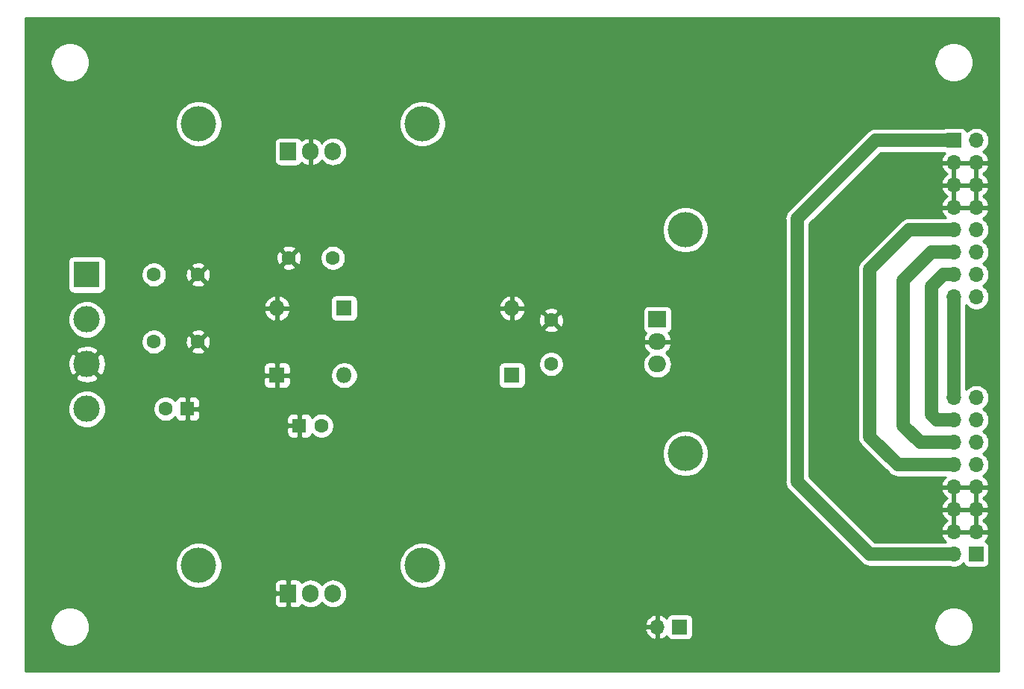
<source format=gbr>
%TF.GenerationSoftware,KiCad,Pcbnew,(5.1.10)-1*%
%TF.CreationDate,2021-10-01T01:08:29-04:00*%
%TF.ProjectId,regulator,72656775-6c61-4746-9f72-2e6b69636164,rev?*%
%TF.SameCoordinates,Original*%
%TF.FileFunction,Copper,L1,Top*%
%TF.FilePolarity,Positive*%
%FSLAX46Y46*%
G04 Gerber Fmt 4.6, Leading zero omitted, Abs format (unit mm)*
G04 Created by KiCad (PCBNEW (5.1.10)-1) date 2021-10-01 01:08:29*
%MOMM*%
%LPD*%
G01*
G04 APERTURE LIST*
%TA.AperFunction,ComponentPad*%
%ADD10C,4.000000*%
%TD*%
%TA.AperFunction,ComponentPad*%
%ADD11C,1.600000*%
%TD*%
%TA.AperFunction,ComponentPad*%
%ADD12R,1.600000X1.600000*%
%TD*%
%TA.AperFunction,ComponentPad*%
%ADD13R,1.800000X1.800000*%
%TD*%
%TA.AperFunction,ComponentPad*%
%ADD14O,1.800000X1.800000*%
%TD*%
%TA.AperFunction,ComponentPad*%
%ADD15C,3.000000*%
%TD*%
%TA.AperFunction,ComponentPad*%
%ADD16R,3.000000X3.000000*%
%TD*%
%TA.AperFunction,ComponentPad*%
%ADD17R,1.905000X2.000000*%
%TD*%
%TA.AperFunction,ComponentPad*%
%ADD18O,1.905000X2.000000*%
%TD*%
%TA.AperFunction,ComponentPad*%
%ADD19R,2.000000X1.905000*%
%TD*%
%TA.AperFunction,ComponentPad*%
%ADD20O,2.000000X1.905000*%
%TD*%
%TA.AperFunction,ComponentPad*%
%ADD21R,1.700000X1.700000*%
%TD*%
%TA.AperFunction,ComponentPad*%
%ADD22O,1.700000X1.700000*%
%TD*%
%TA.AperFunction,Conductor*%
%ADD23C,1.500000*%
%TD*%
%TA.AperFunction,Conductor*%
%ADD24C,0.254000*%
%TD*%
%TA.AperFunction,Conductor*%
%ADD25C,0.100000*%
%TD*%
G04 APERTURE END LIST*
D10*
%TO.P,L7912,1*%
%TO.N,N/C*%
X128270000Y-144780000D03*
X153670000Y-144780000D03*
%TD*%
%TO.P,L7812,1*%
%TO.N,N/C*%
X183515000Y-132080000D03*
X183515000Y-106680000D03*
%TD*%
%TO.P,L7805,1*%
%TO.N,N/C*%
X153670000Y-94615000D03*
X128270000Y-94615000D03*
%TD*%
D11*
%TO.P,C1,1*%
%TO.N,Net-(C1-Pad1)*%
X123190000Y-111760000D03*
%TO.P,C1,2*%
%TO.N,Net-(C1-Pad2)*%
X128190000Y-111760000D03*
%TD*%
%TO.P,C2,2*%
%TO.N,Net-(C1-Pad2)*%
X138510000Y-109855000D03*
%TO.P,C2,1*%
%TO.N,Net-(C2-Pad1)*%
X143510000Y-109855000D03*
%TD*%
%TO.P,C3,1*%
%TO.N,Net-(C3-Pad1)*%
X123190000Y-119380000D03*
%TO.P,C3,2*%
%TO.N,Net-(C1-Pad2)*%
X128190000Y-119380000D03*
%TD*%
%TO.P,C4,1*%
%TO.N,Net-(C4-Pad1)*%
X168275000Y-121920000D03*
%TO.P,C4,2*%
%TO.N,Net-(C1-Pad2)*%
X168275000Y-116920000D03*
%TD*%
D12*
%TO.P,C5,1*%
%TO.N,Net-(C1-Pad2)*%
X127000000Y-127000000D03*
D11*
%TO.P,C5,2*%
%TO.N,Net-(C5-Pad2)*%
X124500000Y-127000000D03*
%TD*%
D12*
%TO.P,C6,1*%
%TO.N,Net-(C1-Pad2)*%
X139700000Y-128905000D03*
D11*
%TO.P,C6,2*%
%TO.N,Net-(C6-Pad2)*%
X142200000Y-128905000D03*
%TD*%
D13*
%TO.P,D1,1*%
%TO.N,Net-(C2-Pad1)*%
X144780000Y-115570000D03*
D14*
%TO.P,D1,2*%
%TO.N,Net-(C1-Pad2)*%
X137160000Y-115570000D03*
%TD*%
D13*
%TO.P,D2,1*%
%TO.N,Net-(C4-Pad1)*%
X163830000Y-123190000D03*
D14*
%TO.P,D2,2*%
%TO.N,Net-(C1-Pad2)*%
X163830000Y-115570000D03*
%TD*%
%TO.P,D3,2*%
%TO.N,Net-(C6-Pad2)*%
X144780000Y-123190000D03*
D13*
%TO.P,D3,1*%
%TO.N,Net-(C1-Pad2)*%
X137160000Y-123190000D03*
%TD*%
D15*
%TO.P,J1,2*%
%TO.N,Net-(C3-Pad1)*%
X115570000Y-116840000D03*
%TO.P,J1,3*%
%TO.N,Net-(C1-Pad2)*%
X115570000Y-121920000D03*
D16*
%TO.P,J1,1*%
%TO.N,Net-(C1-Pad1)*%
X115570000Y-111760000D03*
D15*
%TO.P,J1,4*%
%TO.N,Net-(C5-Pad2)*%
X115570000Y-127000000D03*
%TD*%
D17*
%TO.P,U1,1*%
%TO.N,Net-(C1-Pad1)*%
X138430000Y-97790000D03*
D18*
%TO.P,U1,2*%
%TO.N,Net-(C1-Pad2)*%
X140970000Y-97790000D03*
%TO.P,U1,3*%
%TO.N,Net-(C2-Pad1)*%
X143510000Y-97790000D03*
%TD*%
D19*
%TO.P,U2,1*%
%TO.N,Net-(C3-Pad1)*%
X180340000Y-116840000D03*
D20*
%TO.P,U2,2*%
%TO.N,Net-(C1-Pad2)*%
X180340000Y-119380000D03*
%TO.P,U2,3*%
%TO.N,Net-(C4-Pad1)*%
X180340000Y-121920000D03*
%TD*%
D18*
%TO.P,U3,3*%
%TO.N,Net-(C6-Pad2)*%
X143510000Y-147955000D03*
%TO.P,U3,2*%
%TO.N,Net-(C5-Pad2)*%
X140970000Y-147955000D03*
D17*
%TO.P,U3,1*%
%TO.N,Net-(C1-Pad2)*%
X138430000Y-147955000D03*
%TD*%
D21*
%TO.P,J2,1*%
%TO.N,Net-(C6-Pad2)*%
X213995000Y-96520000D03*
D22*
%TO.P,J2,2*%
X216535000Y-96520000D03*
%TO.P,J2,3*%
%TO.N,Net-(C1-Pad2)*%
X213995000Y-99060000D03*
%TO.P,J2,4*%
X216535000Y-99060000D03*
%TO.P,J2,5*%
X213995000Y-101600000D03*
%TO.P,J2,6*%
X216535000Y-101600000D03*
%TO.P,J2,7*%
X213995000Y-104140000D03*
%TO.P,J2,8*%
X216535000Y-104140000D03*
%TO.P,J2,9*%
%TO.N,Net-(C4-Pad1)*%
X213995000Y-106680000D03*
%TO.P,J2,10*%
X216535000Y-106680000D03*
%TO.P,J2,11*%
%TO.N,Net-(C2-Pad1)*%
X213995000Y-109220000D03*
%TO.P,J2,12*%
X216535000Y-109220000D03*
%TO.P,J2,13*%
%TO.N,Net-(J2-Pad13)*%
X213995000Y-111760000D03*
%TO.P,J2,14*%
X216535000Y-111760000D03*
%TO.P,J2,15*%
%TO.N,Net-(J2-Pad15)*%
X213995000Y-114300000D03*
%TO.P,J2,16*%
X216535000Y-114300000D03*
%TD*%
%TO.P,J3,16*%
%TO.N,Net-(J2-Pad15)*%
X213995000Y-125730000D03*
%TO.P,J3,15*%
X216535000Y-125730000D03*
%TO.P,J3,14*%
%TO.N,Net-(J2-Pad13)*%
X213995000Y-128270000D03*
%TO.P,J3,13*%
X216535000Y-128270000D03*
%TO.P,J3,12*%
%TO.N,Net-(C2-Pad1)*%
X213995000Y-130810000D03*
%TO.P,J3,11*%
X216535000Y-130810000D03*
%TO.P,J3,10*%
%TO.N,Net-(C4-Pad1)*%
X213995000Y-133350000D03*
%TO.P,J3,9*%
X216535000Y-133350000D03*
%TO.P,J3,8*%
%TO.N,Net-(C1-Pad2)*%
X213995000Y-135890000D03*
%TO.P,J3,7*%
X216535000Y-135890000D03*
%TO.P,J3,6*%
X213995000Y-138430000D03*
%TO.P,J3,5*%
X216535000Y-138430000D03*
%TO.P,J3,4*%
X213995000Y-140970000D03*
%TO.P,J3,3*%
X216535000Y-140970000D03*
%TO.P,J3,2*%
%TO.N,Net-(C6-Pad2)*%
X213995000Y-143510000D03*
D21*
%TO.P,J3,1*%
X216535000Y-143510000D03*
%TD*%
%TO.P,J4,1*%
%TO.N,Net-(C4-Pad1)*%
X182880000Y-151765000D03*
D22*
%TO.P,J4,2*%
%TO.N,Net-(C1-Pad2)*%
X180340000Y-151765000D03*
%TD*%
D23*
%TO.N,Net-(C2-Pad1)*%
X213995000Y-130810000D02*
X210185000Y-130810000D01*
X210185000Y-130810000D02*
X208280000Y-128905000D01*
X208280000Y-128905000D02*
X208280000Y-112395000D01*
X208280000Y-112395000D02*
X211455000Y-109220000D01*
X211455000Y-109220000D02*
X213995000Y-109220000D01*
%TO.N,Net-(C4-Pad1)*%
X213995000Y-133350000D02*
X207645000Y-133350000D01*
X207645000Y-133350000D02*
X204470000Y-130175000D01*
X204470000Y-130175000D02*
X204470000Y-111125000D01*
X204470000Y-111125000D02*
X208915000Y-106680000D01*
X208915000Y-106680000D02*
X213995000Y-106680000D01*
%TO.N,Net-(C6-Pad2)*%
X213870998Y-96520000D02*
X213995000Y-96520000D01*
X213995000Y-143510000D02*
X204470000Y-143510000D01*
X204470000Y-143510000D02*
X196215000Y-135255000D01*
X196215000Y-135255000D02*
X196215000Y-105410000D01*
X205105000Y-96520000D02*
X213995000Y-96520000D01*
X196215000Y-105410000D02*
X205105000Y-96520000D01*
%TO.N,Net-(J2-Pad15)*%
X213995000Y-125730000D02*
X213995000Y-114300000D01*
%TO.N,Net-(J2-Pad13)*%
X213870998Y-111760000D02*
X213995000Y-111760000D01*
X212792919Y-111760000D02*
X213995000Y-111760000D01*
X211455000Y-113097919D02*
X212792919Y-111760000D01*
X211455000Y-127635000D02*
X211455000Y-113097919D01*
X212090000Y-128270000D02*
X211455000Y-127635000D01*
X213995000Y-128270000D02*
X212090000Y-128270000D01*
%TD*%
D24*
%TO.N,Net-(C1-Pad2)*%
X219050001Y-156820000D02*
X108610000Y-156820000D01*
X108610000Y-151544872D01*
X111430000Y-151544872D01*
X111430000Y-151985128D01*
X111515890Y-152416925D01*
X111684369Y-152823669D01*
X111928962Y-153189729D01*
X112240271Y-153501038D01*
X112606331Y-153745631D01*
X113013075Y-153914110D01*
X113444872Y-154000000D01*
X113885128Y-154000000D01*
X114316925Y-153914110D01*
X114723669Y-153745631D01*
X115089729Y-153501038D01*
X115401038Y-153189729D01*
X115645631Y-152823669D01*
X115814110Y-152416925D01*
X115872796Y-152121891D01*
X178898519Y-152121891D01*
X178995843Y-152396252D01*
X179144822Y-152646355D01*
X179339731Y-152862588D01*
X179573080Y-153036641D01*
X179835901Y-153161825D01*
X179983110Y-153206476D01*
X180213000Y-153085155D01*
X180213000Y-151892000D01*
X179019186Y-151892000D01*
X178898519Y-152121891D01*
X115872796Y-152121891D01*
X115900000Y-151985128D01*
X115900000Y-151544872D01*
X115872797Y-151408109D01*
X178898519Y-151408109D01*
X179019186Y-151638000D01*
X180213000Y-151638000D01*
X180213000Y-150444845D01*
X180467000Y-150444845D01*
X180467000Y-151638000D01*
X180487000Y-151638000D01*
X180487000Y-151892000D01*
X180467000Y-151892000D01*
X180467000Y-153085155D01*
X180696890Y-153206476D01*
X180844099Y-153161825D01*
X181106920Y-153036641D01*
X181340269Y-152862588D01*
X181416034Y-152778534D01*
X181440498Y-152859180D01*
X181499463Y-152969494D01*
X181578815Y-153066185D01*
X181675506Y-153145537D01*
X181785820Y-153204502D01*
X181905518Y-153240812D01*
X182030000Y-153253072D01*
X183730000Y-153253072D01*
X183854482Y-153240812D01*
X183974180Y-153204502D01*
X184084494Y-153145537D01*
X184181185Y-153066185D01*
X184260537Y-152969494D01*
X184319502Y-152859180D01*
X184355812Y-152739482D01*
X184368072Y-152615000D01*
X184368072Y-151544872D01*
X211760000Y-151544872D01*
X211760000Y-151985128D01*
X211845890Y-152416925D01*
X212014369Y-152823669D01*
X212258962Y-153189729D01*
X212570271Y-153501038D01*
X212936331Y-153745631D01*
X213343075Y-153914110D01*
X213774872Y-154000000D01*
X214215128Y-154000000D01*
X214646925Y-153914110D01*
X215053669Y-153745631D01*
X215419729Y-153501038D01*
X215731038Y-153189729D01*
X215975631Y-152823669D01*
X216144110Y-152416925D01*
X216230000Y-151985128D01*
X216230000Y-151544872D01*
X216144110Y-151113075D01*
X215975631Y-150706331D01*
X215731038Y-150340271D01*
X215419729Y-150028962D01*
X215053669Y-149784369D01*
X214646925Y-149615890D01*
X214215128Y-149530000D01*
X213774872Y-149530000D01*
X213343075Y-149615890D01*
X212936331Y-149784369D01*
X212570271Y-150028962D01*
X212258962Y-150340271D01*
X212014369Y-150706331D01*
X211845890Y-151113075D01*
X211760000Y-151544872D01*
X184368072Y-151544872D01*
X184368072Y-150915000D01*
X184355812Y-150790518D01*
X184319502Y-150670820D01*
X184260537Y-150560506D01*
X184181185Y-150463815D01*
X184084494Y-150384463D01*
X183974180Y-150325498D01*
X183854482Y-150289188D01*
X183730000Y-150276928D01*
X182030000Y-150276928D01*
X181905518Y-150289188D01*
X181785820Y-150325498D01*
X181675506Y-150384463D01*
X181578815Y-150463815D01*
X181499463Y-150560506D01*
X181440498Y-150670820D01*
X181416034Y-150751466D01*
X181340269Y-150667412D01*
X181106920Y-150493359D01*
X180844099Y-150368175D01*
X180696890Y-150323524D01*
X180467000Y-150444845D01*
X180213000Y-150444845D01*
X179983110Y-150323524D01*
X179835901Y-150368175D01*
X179573080Y-150493359D01*
X179339731Y-150667412D01*
X179144822Y-150883645D01*
X178995843Y-151133748D01*
X178898519Y-151408109D01*
X115872797Y-151408109D01*
X115814110Y-151113075D01*
X115645631Y-150706331D01*
X115401038Y-150340271D01*
X115089729Y-150028962D01*
X114723669Y-149784369D01*
X114316925Y-149615890D01*
X113885128Y-149530000D01*
X113444872Y-149530000D01*
X113013075Y-149615890D01*
X112606331Y-149784369D01*
X112240271Y-150028962D01*
X111928962Y-150340271D01*
X111684369Y-150706331D01*
X111515890Y-151113075D01*
X111430000Y-151544872D01*
X108610000Y-151544872D01*
X108610000Y-148955000D01*
X136839428Y-148955000D01*
X136851688Y-149079482D01*
X136887998Y-149199180D01*
X136946963Y-149309494D01*
X137026315Y-149406185D01*
X137123006Y-149485537D01*
X137233320Y-149544502D01*
X137353018Y-149580812D01*
X137477500Y-149593072D01*
X138144250Y-149590000D01*
X138303000Y-149431250D01*
X138303000Y-148082000D01*
X137001250Y-148082000D01*
X136842500Y-148240750D01*
X136839428Y-148955000D01*
X108610000Y-148955000D01*
X108610000Y-144520475D01*
X125635000Y-144520475D01*
X125635000Y-145039525D01*
X125736261Y-145548601D01*
X125934893Y-146028141D01*
X126223262Y-146459715D01*
X126590285Y-146826738D01*
X127021859Y-147115107D01*
X127501399Y-147313739D01*
X128010475Y-147415000D01*
X128529525Y-147415000D01*
X129038601Y-147313739D01*
X129518141Y-147115107D01*
X129757757Y-146955000D01*
X136839428Y-146955000D01*
X136842500Y-147669250D01*
X137001250Y-147828000D01*
X138303000Y-147828000D01*
X138303000Y-146478750D01*
X138557000Y-146478750D01*
X138557000Y-147828000D01*
X138577000Y-147828000D01*
X138577000Y-148082000D01*
X138557000Y-148082000D01*
X138557000Y-149431250D01*
X138715750Y-149590000D01*
X139382500Y-149593072D01*
X139506982Y-149580812D01*
X139626680Y-149544502D01*
X139736994Y-149485537D01*
X139833685Y-149406185D01*
X139913037Y-149309494D01*
X139957905Y-149225553D01*
X140083766Y-149328845D01*
X140359552Y-149476255D01*
X140658797Y-149567030D01*
X140970000Y-149597681D01*
X141281204Y-149567030D01*
X141580449Y-149476255D01*
X141856235Y-149328845D01*
X142097963Y-149130463D01*
X142240000Y-148957391D01*
X142382037Y-149130463D01*
X142623766Y-149328845D01*
X142899552Y-149476255D01*
X143198797Y-149567030D01*
X143510000Y-149597681D01*
X143821204Y-149567030D01*
X144120449Y-149476255D01*
X144396235Y-149328845D01*
X144637963Y-149130463D01*
X144836345Y-148888734D01*
X144983755Y-148612948D01*
X145074530Y-148313703D01*
X145097500Y-148080485D01*
X145097500Y-147829514D01*
X145074530Y-147596296D01*
X144983755Y-147297051D01*
X144836345Y-147021265D01*
X144637963Y-146779537D01*
X144396234Y-146581155D01*
X144120448Y-146433745D01*
X143821203Y-146342970D01*
X143510000Y-146312319D01*
X143198796Y-146342970D01*
X142899551Y-146433745D01*
X142623765Y-146581155D01*
X142382037Y-146779537D01*
X142240000Y-146952609D01*
X142097963Y-146779537D01*
X141856234Y-146581155D01*
X141580448Y-146433745D01*
X141281203Y-146342970D01*
X140970000Y-146312319D01*
X140658796Y-146342970D01*
X140359551Y-146433745D01*
X140083765Y-146581155D01*
X139957905Y-146684446D01*
X139913037Y-146600506D01*
X139833685Y-146503815D01*
X139736994Y-146424463D01*
X139626680Y-146365498D01*
X139506982Y-146329188D01*
X139382500Y-146316928D01*
X138715750Y-146320000D01*
X138557000Y-146478750D01*
X138303000Y-146478750D01*
X138144250Y-146320000D01*
X137477500Y-146316928D01*
X137353018Y-146329188D01*
X137233320Y-146365498D01*
X137123006Y-146424463D01*
X137026315Y-146503815D01*
X136946963Y-146600506D01*
X136887998Y-146710820D01*
X136851688Y-146830518D01*
X136839428Y-146955000D01*
X129757757Y-146955000D01*
X129949715Y-146826738D01*
X130316738Y-146459715D01*
X130605107Y-146028141D01*
X130803739Y-145548601D01*
X130905000Y-145039525D01*
X130905000Y-144520475D01*
X151035000Y-144520475D01*
X151035000Y-145039525D01*
X151136261Y-145548601D01*
X151334893Y-146028141D01*
X151623262Y-146459715D01*
X151990285Y-146826738D01*
X152421859Y-147115107D01*
X152901399Y-147313739D01*
X153410475Y-147415000D01*
X153929525Y-147415000D01*
X154438601Y-147313739D01*
X154918141Y-147115107D01*
X155349715Y-146826738D01*
X155716738Y-146459715D01*
X156005107Y-146028141D01*
X156203739Y-145548601D01*
X156305000Y-145039525D01*
X156305000Y-144520475D01*
X156203739Y-144011399D01*
X156005107Y-143531859D01*
X155716738Y-143100285D01*
X155349715Y-142733262D01*
X154918141Y-142444893D01*
X154438601Y-142246261D01*
X153929525Y-142145000D01*
X153410475Y-142145000D01*
X152901399Y-142246261D01*
X152421859Y-142444893D01*
X151990285Y-142733262D01*
X151623262Y-143100285D01*
X151334893Y-143531859D01*
X151136261Y-144011399D01*
X151035000Y-144520475D01*
X130905000Y-144520475D01*
X130803739Y-144011399D01*
X130605107Y-143531859D01*
X130316738Y-143100285D01*
X129949715Y-142733262D01*
X129518141Y-142444893D01*
X129038601Y-142246261D01*
X128529525Y-142145000D01*
X128010475Y-142145000D01*
X127501399Y-142246261D01*
X127021859Y-142444893D01*
X126590285Y-142733262D01*
X126223262Y-143100285D01*
X125934893Y-143531859D01*
X125736261Y-144011399D01*
X125635000Y-144520475D01*
X108610000Y-144520475D01*
X108610000Y-131820475D01*
X180880000Y-131820475D01*
X180880000Y-132339525D01*
X180981261Y-132848601D01*
X181179893Y-133328141D01*
X181468262Y-133759715D01*
X181835285Y-134126738D01*
X182266859Y-134415107D01*
X182746399Y-134613739D01*
X183255475Y-134715000D01*
X183774525Y-134715000D01*
X184283601Y-134613739D01*
X184763141Y-134415107D01*
X185194715Y-134126738D01*
X185561738Y-133759715D01*
X185850107Y-133328141D01*
X186048739Y-132848601D01*
X186150000Y-132339525D01*
X186150000Y-131820475D01*
X186048739Y-131311399D01*
X185850107Y-130831859D01*
X185561738Y-130400285D01*
X185194715Y-130033262D01*
X184763141Y-129744893D01*
X184283601Y-129546261D01*
X183774525Y-129445000D01*
X183255475Y-129445000D01*
X182746399Y-129546261D01*
X182266859Y-129744893D01*
X181835285Y-130033262D01*
X181468262Y-130400285D01*
X181179893Y-130831859D01*
X180981261Y-131311399D01*
X180880000Y-131820475D01*
X108610000Y-131820475D01*
X108610000Y-129705000D01*
X138261928Y-129705000D01*
X138274188Y-129829482D01*
X138310498Y-129949180D01*
X138369463Y-130059494D01*
X138448815Y-130156185D01*
X138545506Y-130235537D01*
X138655820Y-130294502D01*
X138775518Y-130330812D01*
X138900000Y-130343072D01*
X139414250Y-130340000D01*
X139573000Y-130181250D01*
X139573000Y-129032000D01*
X138423750Y-129032000D01*
X138265000Y-129190750D01*
X138261928Y-129705000D01*
X108610000Y-129705000D01*
X108610000Y-126789721D01*
X113435000Y-126789721D01*
X113435000Y-127210279D01*
X113517047Y-127622756D01*
X113677988Y-128011302D01*
X113911637Y-128360983D01*
X114209017Y-128658363D01*
X114558698Y-128892012D01*
X114947244Y-129052953D01*
X115359721Y-129135000D01*
X115780279Y-129135000D01*
X116192756Y-129052953D01*
X116581302Y-128892012D01*
X116930983Y-128658363D01*
X117228363Y-128360983D01*
X117462012Y-128011302D01*
X117622953Y-127622756D01*
X117705000Y-127210279D01*
X117705000Y-126858665D01*
X123065000Y-126858665D01*
X123065000Y-127141335D01*
X123120147Y-127418574D01*
X123228320Y-127679727D01*
X123385363Y-127914759D01*
X123585241Y-128114637D01*
X123820273Y-128271680D01*
X124081426Y-128379853D01*
X124358665Y-128435000D01*
X124641335Y-128435000D01*
X124918574Y-128379853D01*
X125179727Y-128271680D01*
X125414759Y-128114637D01*
X125581339Y-127948057D01*
X125610498Y-128044180D01*
X125669463Y-128154494D01*
X125748815Y-128251185D01*
X125845506Y-128330537D01*
X125955820Y-128389502D01*
X126075518Y-128425812D01*
X126200000Y-128438072D01*
X126714250Y-128435000D01*
X126873000Y-128276250D01*
X126873000Y-127127000D01*
X127127000Y-127127000D01*
X127127000Y-128276250D01*
X127285750Y-128435000D01*
X127800000Y-128438072D01*
X127924482Y-128425812D01*
X128044180Y-128389502D01*
X128154494Y-128330537D01*
X128251185Y-128251185D01*
X128330537Y-128154494D01*
X128356992Y-128105000D01*
X138261928Y-128105000D01*
X138265000Y-128619250D01*
X138423750Y-128778000D01*
X139573000Y-128778000D01*
X139573000Y-127628750D01*
X139827000Y-127628750D01*
X139827000Y-128778000D01*
X139847000Y-128778000D01*
X139847000Y-129032000D01*
X139827000Y-129032000D01*
X139827000Y-130181250D01*
X139985750Y-130340000D01*
X140500000Y-130343072D01*
X140624482Y-130330812D01*
X140744180Y-130294502D01*
X140854494Y-130235537D01*
X140951185Y-130156185D01*
X141030537Y-130059494D01*
X141089502Y-129949180D01*
X141118661Y-129853057D01*
X141285241Y-130019637D01*
X141520273Y-130176680D01*
X141781426Y-130284853D01*
X142058665Y-130340000D01*
X142341335Y-130340000D01*
X142618574Y-130284853D01*
X142879727Y-130176680D01*
X143114759Y-130019637D01*
X143314637Y-129819759D01*
X143471680Y-129584727D01*
X143579853Y-129323574D01*
X143635000Y-129046335D01*
X143635000Y-128763665D01*
X143579853Y-128486426D01*
X143471680Y-128225273D01*
X143314637Y-127990241D01*
X143114759Y-127790363D01*
X142879727Y-127633320D01*
X142618574Y-127525147D01*
X142341335Y-127470000D01*
X142058665Y-127470000D01*
X141781426Y-127525147D01*
X141520273Y-127633320D01*
X141285241Y-127790363D01*
X141118661Y-127956943D01*
X141089502Y-127860820D01*
X141030537Y-127750506D01*
X140951185Y-127653815D01*
X140854494Y-127574463D01*
X140744180Y-127515498D01*
X140624482Y-127479188D01*
X140500000Y-127466928D01*
X139985750Y-127470000D01*
X139827000Y-127628750D01*
X139573000Y-127628750D01*
X139414250Y-127470000D01*
X138900000Y-127466928D01*
X138775518Y-127479188D01*
X138655820Y-127515498D01*
X138545506Y-127574463D01*
X138448815Y-127653815D01*
X138369463Y-127750506D01*
X138310498Y-127860820D01*
X138274188Y-127980518D01*
X138261928Y-128105000D01*
X128356992Y-128105000D01*
X128389502Y-128044180D01*
X128425812Y-127924482D01*
X128438072Y-127800000D01*
X128435000Y-127285750D01*
X128276250Y-127127000D01*
X127127000Y-127127000D01*
X126873000Y-127127000D01*
X126853000Y-127127000D01*
X126853000Y-126873000D01*
X126873000Y-126873000D01*
X126873000Y-125723750D01*
X127127000Y-125723750D01*
X127127000Y-126873000D01*
X128276250Y-126873000D01*
X128435000Y-126714250D01*
X128438072Y-126200000D01*
X128425812Y-126075518D01*
X128389502Y-125955820D01*
X128330537Y-125845506D01*
X128251185Y-125748815D01*
X128154494Y-125669463D01*
X128044180Y-125610498D01*
X127924482Y-125574188D01*
X127800000Y-125561928D01*
X127285750Y-125565000D01*
X127127000Y-125723750D01*
X126873000Y-125723750D01*
X126714250Y-125565000D01*
X126200000Y-125561928D01*
X126075518Y-125574188D01*
X125955820Y-125610498D01*
X125845506Y-125669463D01*
X125748815Y-125748815D01*
X125669463Y-125845506D01*
X125610498Y-125955820D01*
X125581339Y-126051943D01*
X125414759Y-125885363D01*
X125179727Y-125728320D01*
X124918574Y-125620147D01*
X124641335Y-125565000D01*
X124358665Y-125565000D01*
X124081426Y-125620147D01*
X123820273Y-125728320D01*
X123585241Y-125885363D01*
X123385363Y-126085241D01*
X123228320Y-126320273D01*
X123120147Y-126581426D01*
X123065000Y-126858665D01*
X117705000Y-126858665D01*
X117705000Y-126789721D01*
X117622953Y-126377244D01*
X117462012Y-125988698D01*
X117228363Y-125639017D01*
X116930983Y-125341637D01*
X116581302Y-125107988D01*
X116192756Y-124947047D01*
X115780279Y-124865000D01*
X115359721Y-124865000D01*
X114947244Y-124947047D01*
X114558698Y-125107988D01*
X114209017Y-125341637D01*
X113911637Y-125639017D01*
X113677988Y-125988698D01*
X113517047Y-126377244D01*
X113435000Y-126789721D01*
X108610000Y-126789721D01*
X108610000Y-124090000D01*
X135621928Y-124090000D01*
X135634188Y-124214482D01*
X135670498Y-124334180D01*
X135729463Y-124444494D01*
X135808815Y-124541185D01*
X135905506Y-124620537D01*
X136015820Y-124679502D01*
X136135518Y-124715812D01*
X136260000Y-124728072D01*
X136874250Y-124725000D01*
X137033000Y-124566250D01*
X137033000Y-123317000D01*
X137287000Y-123317000D01*
X137287000Y-124566250D01*
X137445750Y-124725000D01*
X138060000Y-124728072D01*
X138184482Y-124715812D01*
X138304180Y-124679502D01*
X138414494Y-124620537D01*
X138511185Y-124541185D01*
X138590537Y-124444494D01*
X138649502Y-124334180D01*
X138685812Y-124214482D01*
X138698072Y-124090000D01*
X138695000Y-123475750D01*
X138536250Y-123317000D01*
X137287000Y-123317000D01*
X137033000Y-123317000D01*
X135783750Y-123317000D01*
X135625000Y-123475750D01*
X135621928Y-124090000D01*
X108610000Y-124090000D01*
X108610000Y-123411653D01*
X114257952Y-123411653D01*
X114413962Y-123727214D01*
X114788745Y-123918020D01*
X115193551Y-124032044D01*
X115612824Y-124064902D01*
X116030451Y-124015334D01*
X116430383Y-123885243D01*
X116726038Y-123727214D01*
X116882048Y-123411653D01*
X115570000Y-122099605D01*
X114257952Y-123411653D01*
X108610000Y-123411653D01*
X108610000Y-121962824D01*
X113425098Y-121962824D01*
X113474666Y-122380451D01*
X113604757Y-122780383D01*
X113762786Y-123076038D01*
X114078347Y-123232048D01*
X115390395Y-121920000D01*
X115749605Y-121920000D01*
X117061653Y-123232048D01*
X117377214Y-123076038D01*
X117568020Y-122701255D01*
X117682044Y-122296449D01*
X117682549Y-122290000D01*
X135621928Y-122290000D01*
X135625000Y-122904250D01*
X135783750Y-123063000D01*
X137033000Y-123063000D01*
X137033000Y-121813750D01*
X137287000Y-121813750D01*
X137287000Y-123063000D01*
X138536250Y-123063000D01*
X138560434Y-123038816D01*
X143245000Y-123038816D01*
X143245000Y-123341184D01*
X143303989Y-123637743D01*
X143419701Y-123917095D01*
X143587688Y-124168505D01*
X143801495Y-124382312D01*
X144052905Y-124550299D01*
X144332257Y-124666011D01*
X144628816Y-124725000D01*
X144931184Y-124725000D01*
X145227743Y-124666011D01*
X145507095Y-124550299D01*
X145758505Y-124382312D01*
X145972312Y-124168505D01*
X146140299Y-123917095D01*
X146256011Y-123637743D01*
X146315000Y-123341184D01*
X146315000Y-123038816D01*
X146256011Y-122742257D01*
X146140299Y-122462905D01*
X146024768Y-122290000D01*
X162291928Y-122290000D01*
X162291928Y-124090000D01*
X162304188Y-124214482D01*
X162340498Y-124334180D01*
X162399463Y-124444494D01*
X162478815Y-124541185D01*
X162575506Y-124620537D01*
X162685820Y-124679502D01*
X162805518Y-124715812D01*
X162930000Y-124728072D01*
X164730000Y-124728072D01*
X164854482Y-124715812D01*
X164974180Y-124679502D01*
X165084494Y-124620537D01*
X165181185Y-124541185D01*
X165260537Y-124444494D01*
X165319502Y-124334180D01*
X165355812Y-124214482D01*
X165368072Y-124090000D01*
X165368072Y-122290000D01*
X165355812Y-122165518D01*
X165319502Y-122045820D01*
X165260537Y-121935506D01*
X165181185Y-121838815D01*
X165107892Y-121778665D01*
X166840000Y-121778665D01*
X166840000Y-122061335D01*
X166895147Y-122338574D01*
X167003320Y-122599727D01*
X167160363Y-122834759D01*
X167360241Y-123034637D01*
X167595273Y-123191680D01*
X167856426Y-123299853D01*
X168133665Y-123355000D01*
X168416335Y-123355000D01*
X168693574Y-123299853D01*
X168954727Y-123191680D01*
X169189759Y-123034637D01*
X169389637Y-122834759D01*
X169546680Y-122599727D01*
X169654853Y-122338574D01*
X169710000Y-122061335D01*
X169710000Y-121920000D01*
X178697319Y-121920000D01*
X178727970Y-122231204D01*
X178818745Y-122530449D01*
X178966155Y-122806235D01*
X179164537Y-123047963D01*
X179406265Y-123246345D01*
X179682051Y-123393755D01*
X179981296Y-123484530D01*
X180214514Y-123507500D01*
X180465486Y-123507500D01*
X180698704Y-123484530D01*
X180997949Y-123393755D01*
X181273735Y-123246345D01*
X181515463Y-123047963D01*
X181713845Y-122806235D01*
X181861255Y-122530449D01*
X181952030Y-122231204D01*
X181982681Y-121920000D01*
X181952030Y-121608796D01*
X181861255Y-121309551D01*
X181713845Y-121033765D01*
X181515463Y-120792037D01*
X181336101Y-120644837D01*
X181521315Y-120489437D01*
X181715969Y-120246923D01*
X181859571Y-119971094D01*
X181930563Y-119752980D01*
X181810594Y-119507000D01*
X180467000Y-119507000D01*
X180467000Y-119527000D01*
X180213000Y-119527000D01*
X180213000Y-119507000D01*
X178869406Y-119507000D01*
X178749437Y-119752980D01*
X178820429Y-119971094D01*
X178964031Y-120246923D01*
X179158685Y-120489437D01*
X179343899Y-120644837D01*
X179164537Y-120792037D01*
X178966155Y-121033765D01*
X178818745Y-121309551D01*
X178727970Y-121608796D01*
X178697319Y-121920000D01*
X169710000Y-121920000D01*
X169710000Y-121778665D01*
X169654853Y-121501426D01*
X169546680Y-121240273D01*
X169389637Y-121005241D01*
X169189759Y-120805363D01*
X168954727Y-120648320D01*
X168693574Y-120540147D01*
X168416335Y-120485000D01*
X168133665Y-120485000D01*
X167856426Y-120540147D01*
X167595273Y-120648320D01*
X167360241Y-120805363D01*
X167160363Y-121005241D01*
X167003320Y-121240273D01*
X166895147Y-121501426D01*
X166840000Y-121778665D01*
X165107892Y-121778665D01*
X165084494Y-121759463D01*
X164974180Y-121700498D01*
X164854482Y-121664188D01*
X164730000Y-121651928D01*
X162930000Y-121651928D01*
X162805518Y-121664188D01*
X162685820Y-121700498D01*
X162575506Y-121759463D01*
X162478815Y-121838815D01*
X162399463Y-121935506D01*
X162340498Y-122045820D01*
X162304188Y-122165518D01*
X162291928Y-122290000D01*
X146024768Y-122290000D01*
X145972312Y-122211495D01*
X145758505Y-121997688D01*
X145507095Y-121829701D01*
X145227743Y-121713989D01*
X144931184Y-121655000D01*
X144628816Y-121655000D01*
X144332257Y-121713989D01*
X144052905Y-121829701D01*
X143801495Y-121997688D01*
X143587688Y-122211495D01*
X143419701Y-122462905D01*
X143303989Y-122742257D01*
X143245000Y-123038816D01*
X138560434Y-123038816D01*
X138695000Y-122904250D01*
X138698072Y-122290000D01*
X138685812Y-122165518D01*
X138649502Y-122045820D01*
X138590537Y-121935506D01*
X138511185Y-121838815D01*
X138414494Y-121759463D01*
X138304180Y-121700498D01*
X138184482Y-121664188D01*
X138060000Y-121651928D01*
X137445750Y-121655000D01*
X137287000Y-121813750D01*
X137033000Y-121813750D01*
X136874250Y-121655000D01*
X136260000Y-121651928D01*
X136135518Y-121664188D01*
X136015820Y-121700498D01*
X135905506Y-121759463D01*
X135808815Y-121838815D01*
X135729463Y-121935506D01*
X135670498Y-122045820D01*
X135634188Y-122165518D01*
X135621928Y-122290000D01*
X117682549Y-122290000D01*
X117714902Y-121877176D01*
X117665334Y-121459549D01*
X117535243Y-121059617D01*
X117377214Y-120763962D01*
X117061653Y-120607952D01*
X115749605Y-121920000D01*
X115390395Y-121920000D01*
X114078347Y-120607952D01*
X113762786Y-120763962D01*
X113571980Y-121138745D01*
X113457956Y-121543551D01*
X113425098Y-121962824D01*
X108610000Y-121962824D01*
X108610000Y-120428347D01*
X114257952Y-120428347D01*
X115570000Y-121740395D01*
X116882048Y-120428347D01*
X116726038Y-120112786D01*
X116351255Y-119921980D01*
X115946449Y-119807956D01*
X115527176Y-119775098D01*
X115109549Y-119824666D01*
X114709617Y-119954757D01*
X114413962Y-120112786D01*
X114257952Y-120428347D01*
X108610000Y-120428347D01*
X108610000Y-119238665D01*
X121755000Y-119238665D01*
X121755000Y-119521335D01*
X121810147Y-119798574D01*
X121918320Y-120059727D01*
X122075363Y-120294759D01*
X122275241Y-120494637D01*
X122510273Y-120651680D01*
X122771426Y-120759853D01*
X123048665Y-120815000D01*
X123331335Y-120815000D01*
X123608574Y-120759853D01*
X123869727Y-120651680D01*
X124104759Y-120494637D01*
X124226694Y-120372702D01*
X127376903Y-120372702D01*
X127448486Y-120616671D01*
X127703996Y-120737571D01*
X127978184Y-120806300D01*
X128260512Y-120820217D01*
X128540130Y-120778787D01*
X128806292Y-120683603D01*
X128931514Y-120616671D01*
X129003097Y-120372702D01*
X128190000Y-119559605D01*
X127376903Y-120372702D01*
X124226694Y-120372702D01*
X124304637Y-120294759D01*
X124461680Y-120059727D01*
X124569853Y-119798574D01*
X124625000Y-119521335D01*
X124625000Y-119450512D01*
X126749783Y-119450512D01*
X126791213Y-119730130D01*
X126886397Y-119996292D01*
X126953329Y-120121514D01*
X127197298Y-120193097D01*
X128010395Y-119380000D01*
X128369605Y-119380000D01*
X129182702Y-120193097D01*
X129426671Y-120121514D01*
X129547571Y-119866004D01*
X129616300Y-119591816D01*
X129630217Y-119309488D01*
X129588787Y-119029870D01*
X129493603Y-118763708D01*
X129426671Y-118638486D01*
X129182702Y-118566903D01*
X128369605Y-119380000D01*
X128010395Y-119380000D01*
X127197298Y-118566903D01*
X126953329Y-118638486D01*
X126832429Y-118893996D01*
X126763700Y-119168184D01*
X126749783Y-119450512D01*
X124625000Y-119450512D01*
X124625000Y-119238665D01*
X124569853Y-118961426D01*
X124461680Y-118700273D01*
X124304637Y-118465241D01*
X124226694Y-118387298D01*
X127376903Y-118387298D01*
X128190000Y-119200395D01*
X129003097Y-118387298D01*
X128931514Y-118143329D01*
X128676004Y-118022429D01*
X128401816Y-117953700D01*
X128119488Y-117939783D01*
X127839870Y-117981213D01*
X127573708Y-118076397D01*
X127448486Y-118143329D01*
X127376903Y-118387298D01*
X124226694Y-118387298D01*
X124104759Y-118265363D01*
X123869727Y-118108320D01*
X123608574Y-118000147D01*
X123331335Y-117945000D01*
X123048665Y-117945000D01*
X122771426Y-118000147D01*
X122510273Y-118108320D01*
X122275241Y-118265363D01*
X122075363Y-118465241D01*
X121918320Y-118700273D01*
X121810147Y-118961426D01*
X121755000Y-119238665D01*
X108610000Y-119238665D01*
X108610000Y-116629721D01*
X113435000Y-116629721D01*
X113435000Y-117050279D01*
X113517047Y-117462756D01*
X113677988Y-117851302D01*
X113911637Y-118200983D01*
X114209017Y-118498363D01*
X114558698Y-118732012D01*
X114947244Y-118892953D01*
X115359721Y-118975000D01*
X115780279Y-118975000D01*
X116192756Y-118892953D01*
X116581302Y-118732012D01*
X116930983Y-118498363D01*
X117228363Y-118200983D01*
X117420985Y-117912702D01*
X167461903Y-117912702D01*
X167533486Y-118156671D01*
X167788996Y-118277571D01*
X168063184Y-118346300D01*
X168345512Y-118360217D01*
X168625130Y-118318787D01*
X168891292Y-118223603D01*
X169016514Y-118156671D01*
X169088097Y-117912702D01*
X168275000Y-117099605D01*
X167461903Y-117912702D01*
X117420985Y-117912702D01*
X117462012Y-117851302D01*
X117622953Y-117462756D01*
X117705000Y-117050279D01*
X117705000Y-116629721D01*
X117622953Y-116217244D01*
X117505937Y-115934740D01*
X135668964Y-115934740D01*
X135717606Y-116095107D01*
X135847764Y-116366414D01*
X136028351Y-116607116D01*
X136252427Y-116807962D01*
X136511380Y-116961234D01*
X136795259Y-117061041D01*
X137033000Y-116940992D01*
X137033000Y-115697000D01*
X137287000Y-115697000D01*
X137287000Y-116940992D01*
X137524741Y-117061041D01*
X137808620Y-116961234D01*
X138067573Y-116807962D01*
X138291649Y-116607116D01*
X138472236Y-116366414D01*
X138602394Y-116095107D01*
X138651036Y-115934740D01*
X138530378Y-115697000D01*
X137287000Y-115697000D01*
X137033000Y-115697000D01*
X135789622Y-115697000D01*
X135668964Y-115934740D01*
X117505937Y-115934740D01*
X117462012Y-115828698D01*
X117228363Y-115479017D01*
X116954606Y-115205260D01*
X135668964Y-115205260D01*
X135789622Y-115443000D01*
X137033000Y-115443000D01*
X137033000Y-114199008D01*
X137287000Y-114199008D01*
X137287000Y-115443000D01*
X138530378Y-115443000D01*
X138651036Y-115205260D01*
X138602394Y-115044893D01*
X138472236Y-114773586D01*
X138394521Y-114670000D01*
X143241928Y-114670000D01*
X143241928Y-116470000D01*
X143254188Y-116594482D01*
X143290498Y-116714180D01*
X143349463Y-116824494D01*
X143428815Y-116921185D01*
X143525506Y-117000537D01*
X143635820Y-117059502D01*
X143755518Y-117095812D01*
X143880000Y-117108072D01*
X145680000Y-117108072D01*
X145804482Y-117095812D01*
X145924180Y-117059502D01*
X146034494Y-117000537D01*
X146131185Y-116921185D01*
X146210537Y-116824494D01*
X146269502Y-116714180D01*
X146305812Y-116594482D01*
X146318072Y-116470000D01*
X146318072Y-115934741D01*
X162338959Y-115934741D01*
X162438766Y-116218620D01*
X162592038Y-116477573D01*
X162792884Y-116701649D01*
X163033586Y-116882236D01*
X163304893Y-117012394D01*
X163465260Y-117061036D01*
X163703000Y-116940378D01*
X163703000Y-115697000D01*
X163957000Y-115697000D01*
X163957000Y-116940378D01*
X164194740Y-117061036D01*
X164355107Y-117012394D01*
X164400718Y-116990512D01*
X166834783Y-116990512D01*
X166876213Y-117270130D01*
X166971397Y-117536292D01*
X167038329Y-117661514D01*
X167282298Y-117733097D01*
X168095395Y-116920000D01*
X168454605Y-116920000D01*
X169267702Y-117733097D01*
X169511671Y-117661514D01*
X169632571Y-117406004D01*
X169701300Y-117131816D01*
X169715217Y-116849488D01*
X169673787Y-116569870D01*
X169578603Y-116303708D01*
X169511671Y-116178486D01*
X169267702Y-116106903D01*
X168454605Y-116920000D01*
X168095395Y-116920000D01*
X167282298Y-116106903D01*
X167038329Y-116178486D01*
X166917429Y-116433996D01*
X166848700Y-116708184D01*
X166834783Y-116990512D01*
X164400718Y-116990512D01*
X164626414Y-116882236D01*
X164867116Y-116701649D01*
X165067962Y-116477573D01*
X165221234Y-116218620D01*
X165321041Y-115934741D01*
X165317283Y-115927298D01*
X167461903Y-115927298D01*
X168275000Y-116740395D01*
X169088097Y-115927298D01*
X169076420Y-115887500D01*
X178701928Y-115887500D01*
X178701928Y-117792500D01*
X178714188Y-117916982D01*
X178750498Y-118036680D01*
X178809463Y-118146994D01*
X178888815Y-118243685D01*
X178985506Y-118323037D01*
X179077219Y-118372059D01*
X178964031Y-118513077D01*
X178820429Y-118788906D01*
X178749437Y-119007020D01*
X178869406Y-119253000D01*
X180213000Y-119253000D01*
X180213000Y-119233000D01*
X180467000Y-119233000D01*
X180467000Y-119253000D01*
X181810594Y-119253000D01*
X181930563Y-119007020D01*
X181859571Y-118788906D01*
X181715969Y-118513077D01*
X181602781Y-118372059D01*
X181694494Y-118323037D01*
X181791185Y-118243685D01*
X181870537Y-118146994D01*
X181929502Y-118036680D01*
X181965812Y-117916982D01*
X181978072Y-117792500D01*
X181978072Y-115887500D01*
X181965812Y-115763018D01*
X181929502Y-115643320D01*
X181870537Y-115533006D01*
X181791185Y-115436315D01*
X181694494Y-115356963D01*
X181584180Y-115297998D01*
X181464482Y-115261688D01*
X181340000Y-115249428D01*
X179340000Y-115249428D01*
X179215518Y-115261688D01*
X179095820Y-115297998D01*
X178985506Y-115356963D01*
X178888815Y-115436315D01*
X178809463Y-115533006D01*
X178750498Y-115643320D01*
X178714188Y-115763018D01*
X178701928Y-115887500D01*
X169076420Y-115887500D01*
X169016514Y-115683329D01*
X168761004Y-115562429D01*
X168486816Y-115493700D01*
X168204488Y-115479783D01*
X167924870Y-115521213D01*
X167658708Y-115616397D01*
X167533486Y-115683329D01*
X167461903Y-115927298D01*
X165317283Y-115927298D01*
X165200992Y-115697000D01*
X163957000Y-115697000D01*
X163703000Y-115697000D01*
X162459008Y-115697000D01*
X162338959Y-115934741D01*
X146318072Y-115934741D01*
X146318072Y-115205259D01*
X162338959Y-115205259D01*
X162459008Y-115443000D01*
X163703000Y-115443000D01*
X163703000Y-114199622D01*
X163957000Y-114199622D01*
X163957000Y-115443000D01*
X165200992Y-115443000D01*
X165321041Y-115205259D01*
X165221234Y-114921380D01*
X165067962Y-114662427D01*
X164867116Y-114438351D01*
X164626414Y-114257764D01*
X164355107Y-114127606D01*
X164194740Y-114078964D01*
X163957000Y-114199622D01*
X163703000Y-114199622D01*
X163465260Y-114078964D01*
X163304893Y-114127606D01*
X163033586Y-114257764D01*
X162792884Y-114438351D01*
X162592038Y-114662427D01*
X162438766Y-114921380D01*
X162338959Y-115205259D01*
X146318072Y-115205259D01*
X146318072Y-114670000D01*
X146305812Y-114545518D01*
X146269502Y-114425820D01*
X146210537Y-114315506D01*
X146131185Y-114218815D01*
X146034494Y-114139463D01*
X145924180Y-114080498D01*
X145804482Y-114044188D01*
X145680000Y-114031928D01*
X143880000Y-114031928D01*
X143755518Y-114044188D01*
X143635820Y-114080498D01*
X143525506Y-114139463D01*
X143428815Y-114218815D01*
X143349463Y-114315506D01*
X143290498Y-114425820D01*
X143254188Y-114545518D01*
X143241928Y-114670000D01*
X138394521Y-114670000D01*
X138291649Y-114532884D01*
X138067573Y-114332038D01*
X137808620Y-114178766D01*
X137524741Y-114078959D01*
X137287000Y-114199008D01*
X137033000Y-114199008D01*
X136795259Y-114078959D01*
X136511380Y-114178766D01*
X136252427Y-114332038D01*
X136028351Y-114532884D01*
X135847764Y-114773586D01*
X135717606Y-115044893D01*
X135668964Y-115205260D01*
X116954606Y-115205260D01*
X116930983Y-115181637D01*
X116581302Y-114947988D01*
X116192756Y-114787047D01*
X115780279Y-114705000D01*
X115359721Y-114705000D01*
X114947244Y-114787047D01*
X114558698Y-114947988D01*
X114209017Y-115181637D01*
X113911637Y-115479017D01*
X113677988Y-115828698D01*
X113517047Y-116217244D01*
X113435000Y-116629721D01*
X108610000Y-116629721D01*
X108610000Y-110260000D01*
X113431928Y-110260000D01*
X113431928Y-113260000D01*
X113444188Y-113384482D01*
X113480498Y-113504180D01*
X113539463Y-113614494D01*
X113618815Y-113711185D01*
X113715506Y-113790537D01*
X113825820Y-113849502D01*
X113945518Y-113885812D01*
X114070000Y-113898072D01*
X117070000Y-113898072D01*
X117194482Y-113885812D01*
X117314180Y-113849502D01*
X117424494Y-113790537D01*
X117521185Y-113711185D01*
X117600537Y-113614494D01*
X117659502Y-113504180D01*
X117695812Y-113384482D01*
X117708072Y-113260000D01*
X117708072Y-111618665D01*
X121755000Y-111618665D01*
X121755000Y-111901335D01*
X121810147Y-112178574D01*
X121918320Y-112439727D01*
X122075363Y-112674759D01*
X122275241Y-112874637D01*
X122510273Y-113031680D01*
X122771426Y-113139853D01*
X123048665Y-113195000D01*
X123331335Y-113195000D01*
X123608574Y-113139853D01*
X123869727Y-113031680D01*
X124104759Y-112874637D01*
X124226694Y-112752702D01*
X127376903Y-112752702D01*
X127448486Y-112996671D01*
X127703996Y-113117571D01*
X127978184Y-113186300D01*
X128260512Y-113200217D01*
X128540130Y-113158787D01*
X128806292Y-113063603D01*
X128931514Y-112996671D01*
X129003097Y-112752702D01*
X128190000Y-111939605D01*
X127376903Y-112752702D01*
X124226694Y-112752702D01*
X124304637Y-112674759D01*
X124461680Y-112439727D01*
X124569853Y-112178574D01*
X124625000Y-111901335D01*
X124625000Y-111830512D01*
X126749783Y-111830512D01*
X126791213Y-112110130D01*
X126886397Y-112376292D01*
X126953329Y-112501514D01*
X127197298Y-112573097D01*
X128010395Y-111760000D01*
X128369605Y-111760000D01*
X129182702Y-112573097D01*
X129426671Y-112501514D01*
X129547571Y-112246004D01*
X129616300Y-111971816D01*
X129630217Y-111689488D01*
X129588787Y-111409870D01*
X129493603Y-111143708D01*
X129426671Y-111018486D01*
X129182702Y-110946903D01*
X128369605Y-111760000D01*
X128010395Y-111760000D01*
X127197298Y-110946903D01*
X126953329Y-111018486D01*
X126832429Y-111273996D01*
X126763700Y-111548184D01*
X126749783Y-111830512D01*
X124625000Y-111830512D01*
X124625000Y-111618665D01*
X124569853Y-111341426D01*
X124461680Y-111080273D01*
X124304637Y-110845241D01*
X124226694Y-110767298D01*
X127376903Y-110767298D01*
X128190000Y-111580395D01*
X128922693Y-110847702D01*
X137696903Y-110847702D01*
X137768486Y-111091671D01*
X138023996Y-111212571D01*
X138298184Y-111281300D01*
X138580512Y-111295217D01*
X138860130Y-111253787D01*
X139126292Y-111158603D01*
X139251514Y-111091671D01*
X139323097Y-110847702D01*
X138510000Y-110034605D01*
X137696903Y-110847702D01*
X128922693Y-110847702D01*
X129003097Y-110767298D01*
X128931514Y-110523329D01*
X128676004Y-110402429D01*
X128401816Y-110333700D01*
X128119488Y-110319783D01*
X127839870Y-110361213D01*
X127573708Y-110456397D01*
X127448486Y-110523329D01*
X127376903Y-110767298D01*
X124226694Y-110767298D01*
X124104759Y-110645363D01*
X123869727Y-110488320D01*
X123608574Y-110380147D01*
X123331335Y-110325000D01*
X123048665Y-110325000D01*
X122771426Y-110380147D01*
X122510273Y-110488320D01*
X122275241Y-110645363D01*
X122075363Y-110845241D01*
X121918320Y-111080273D01*
X121810147Y-111341426D01*
X121755000Y-111618665D01*
X117708072Y-111618665D01*
X117708072Y-110260000D01*
X117695812Y-110135518D01*
X117659502Y-110015820D01*
X117611231Y-109925512D01*
X137069783Y-109925512D01*
X137111213Y-110205130D01*
X137206397Y-110471292D01*
X137273329Y-110596514D01*
X137517298Y-110668097D01*
X138330395Y-109855000D01*
X138689605Y-109855000D01*
X139502702Y-110668097D01*
X139746671Y-110596514D01*
X139867571Y-110341004D01*
X139936300Y-110066816D01*
X139950217Y-109784488D01*
X139939724Y-109713665D01*
X142075000Y-109713665D01*
X142075000Y-109996335D01*
X142130147Y-110273574D01*
X142238320Y-110534727D01*
X142395363Y-110769759D01*
X142595241Y-110969637D01*
X142830273Y-111126680D01*
X143091426Y-111234853D01*
X143368665Y-111290000D01*
X143651335Y-111290000D01*
X143928574Y-111234853D01*
X144189727Y-111126680D01*
X144424759Y-110969637D01*
X144624637Y-110769759D01*
X144781680Y-110534727D01*
X144889853Y-110273574D01*
X144945000Y-109996335D01*
X144945000Y-109713665D01*
X144889853Y-109436426D01*
X144781680Y-109175273D01*
X144624637Y-108940241D01*
X144424759Y-108740363D01*
X144189727Y-108583320D01*
X143928574Y-108475147D01*
X143651335Y-108420000D01*
X143368665Y-108420000D01*
X143091426Y-108475147D01*
X142830273Y-108583320D01*
X142595241Y-108740363D01*
X142395363Y-108940241D01*
X142238320Y-109175273D01*
X142130147Y-109436426D01*
X142075000Y-109713665D01*
X139939724Y-109713665D01*
X139908787Y-109504870D01*
X139813603Y-109238708D01*
X139746671Y-109113486D01*
X139502702Y-109041903D01*
X138689605Y-109855000D01*
X138330395Y-109855000D01*
X137517298Y-109041903D01*
X137273329Y-109113486D01*
X137152429Y-109368996D01*
X137083700Y-109643184D01*
X137069783Y-109925512D01*
X117611231Y-109925512D01*
X117600537Y-109905506D01*
X117521185Y-109808815D01*
X117424494Y-109729463D01*
X117314180Y-109670498D01*
X117194482Y-109634188D01*
X117070000Y-109621928D01*
X114070000Y-109621928D01*
X113945518Y-109634188D01*
X113825820Y-109670498D01*
X113715506Y-109729463D01*
X113618815Y-109808815D01*
X113539463Y-109905506D01*
X113480498Y-110015820D01*
X113444188Y-110135518D01*
X113431928Y-110260000D01*
X108610000Y-110260000D01*
X108610000Y-108862298D01*
X137696903Y-108862298D01*
X138510000Y-109675395D01*
X139323097Y-108862298D01*
X139251514Y-108618329D01*
X138996004Y-108497429D01*
X138721816Y-108428700D01*
X138439488Y-108414783D01*
X138159870Y-108456213D01*
X137893708Y-108551397D01*
X137768486Y-108618329D01*
X137696903Y-108862298D01*
X108610000Y-108862298D01*
X108610000Y-106420475D01*
X180880000Y-106420475D01*
X180880000Y-106939525D01*
X180981261Y-107448601D01*
X181179893Y-107928141D01*
X181468262Y-108359715D01*
X181835285Y-108726738D01*
X182266859Y-109015107D01*
X182746399Y-109213739D01*
X183255475Y-109315000D01*
X183774525Y-109315000D01*
X184283601Y-109213739D01*
X184763141Y-109015107D01*
X185194715Y-108726738D01*
X185561738Y-108359715D01*
X185850107Y-107928141D01*
X186048739Y-107448601D01*
X186150000Y-106939525D01*
X186150000Y-106420475D01*
X186048739Y-105911399D01*
X185850107Y-105431859D01*
X185835502Y-105410000D01*
X194823300Y-105410000D01*
X194830001Y-105478039D01*
X194830000Y-135186971D01*
X194823300Y-135255000D01*
X194830000Y-135323029D01*
X194830000Y-135323036D01*
X194850040Y-135526506D01*
X194929236Y-135787580D01*
X195057843Y-136028187D01*
X195230919Y-136239080D01*
X195283765Y-136282450D01*
X203442550Y-144441236D01*
X203485919Y-144494081D01*
X203538764Y-144537450D01*
X203538766Y-144537452D01*
X203651099Y-144629641D01*
X203696812Y-144667157D01*
X203937419Y-144795764D01*
X204198492Y-144874960D01*
X204221892Y-144877265D01*
X204401963Y-144895000D01*
X204401971Y-144895000D01*
X204470000Y-144901700D01*
X204538029Y-144895000D01*
X213458195Y-144895000D01*
X213561842Y-144937932D01*
X213848740Y-144995000D01*
X214141260Y-144995000D01*
X214428158Y-144937932D01*
X214698411Y-144825990D01*
X214941632Y-144663475D01*
X215073487Y-144531620D01*
X215095498Y-144604180D01*
X215154463Y-144714494D01*
X215233815Y-144811185D01*
X215330506Y-144890537D01*
X215440820Y-144949502D01*
X215560518Y-144985812D01*
X215685000Y-144998072D01*
X217385000Y-144998072D01*
X217509482Y-144985812D01*
X217629180Y-144949502D01*
X217739494Y-144890537D01*
X217836185Y-144811185D01*
X217915537Y-144714494D01*
X217974502Y-144604180D01*
X218010812Y-144484482D01*
X218023072Y-144360000D01*
X218023072Y-142660000D01*
X218010812Y-142535518D01*
X217974502Y-142415820D01*
X217915537Y-142305506D01*
X217836185Y-142208815D01*
X217739494Y-142129463D01*
X217629180Y-142070498D01*
X217548534Y-142046034D01*
X217632588Y-141970269D01*
X217806641Y-141736920D01*
X217931825Y-141474099D01*
X217976476Y-141326890D01*
X217855155Y-141097000D01*
X216662000Y-141097000D01*
X216662000Y-141117000D01*
X216408000Y-141117000D01*
X216408000Y-141097000D01*
X214122000Y-141097000D01*
X214122000Y-141117000D01*
X213868000Y-141117000D01*
X213868000Y-141097000D01*
X212674845Y-141097000D01*
X212553524Y-141326890D01*
X212598175Y-141474099D01*
X212723359Y-141736920D01*
X212897412Y-141970269D01*
X213069071Y-142125000D01*
X205043686Y-142125000D01*
X201705576Y-138786890D01*
X212553524Y-138786890D01*
X212598175Y-138934099D01*
X212723359Y-139196920D01*
X212897412Y-139430269D01*
X213113645Y-139625178D01*
X213239255Y-139700000D01*
X213113645Y-139774822D01*
X212897412Y-139969731D01*
X212723359Y-140203080D01*
X212598175Y-140465901D01*
X212553524Y-140613110D01*
X212674845Y-140843000D01*
X213868000Y-140843000D01*
X213868000Y-138557000D01*
X214122000Y-138557000D01*
X214122000Y-140843000D01*
X216408000Y-140843000D01*
X216408000Y-138557000D01*
X216662000Y-138557000D01*
X216662000Y-140843000D01*
X217855155Y-140843000D01*
X217976476Y-140613110D01*
X217931825Y-140465901D01*
X217806641Y-140203080D01*
X217632588Y-139969731D01*
X217416355Y-139774822D01*
X217290745Y-139700000D01*
X217416355Y-139625178D01*
X217632588Y-139430269D01*
X217806641Y-139196920D01*
X217931825Y-138934099D01*
X217976476Y-138786890D01*
X217855155Y-138557000D01*
X216662000Y-138557000D01*
X216408000Y-138557000D01*
X214122000Y-138557000D01*
X213868000Y-138557000D01*
X212674845Y-138557000D01*
X212553524Y-138786890D01*
X201705576Y-138786890D01*
X199165576Y-136246890D01*
X212553524Y-136246890D01*
X212598175Y-136394099D01*
X212723359Y-136656920D01*
X212897412Y-136890269D01*
X213113645Y-137085178D01*
X213239255Y-137160000D01*
X213113645Y-137234822D01*
X212897412Y-137429731D01*
X212723359Y-137663080D01*
X212598175Y-137925901D01*
X212553524Y-138073110D01*
X212674845Y-138303000D01*
X213868000Y-138303000D01*
X213868000Y-136017000D01*
X214122000Y-136017000D01*
X214122000Y-138303000D01*
X216408000Y-138303000D01*
X216408000Y-136017000D01*
X216662000Y-136017000D01*
X216662000Y-138303000D01*
X217855155Y-138303000D01*
X217976476Y-138073110D01*
X217931825Y-137925901D01*
X217806641Y-137663080D01*
X217632588Y-137429731D01*
X217416355Y-137234822D01*
X217290745Y-137160000D01*
X217416355Y-137085178D01*
X217632588Y-136890269D01*
X217806641Y-136656920D01*
X217931825Y-136394099D01*
X217976476Y-136246890D01*
X217855155Y-136017000D01*
X216662000Y-136017000D01*
X216408000Y-136017000D01*
X214122000Y-136017000D01*
X213868000Y-136017000D01*
X212674845Y-136017000D01*
X212553524Y-136246890D01*
X199165576Y-136246890D01*
X197600000Y-134681315D01*
X197600000Y-111125000D01*
X203078300Y-111125000D01*
X203085001Y-111193039D01*
X203085000Y-130106971D01*
X203078300Y-130175000D01*
X203085000Y-130243029D01*
X203085000Y-130243036D01*
X203105040Y-130446506D01*
X203184236Y-130707580D01*
X203312843Y-130948187D01*
X203485919Y-131159080D01*
X203538765Y-131202450D01*
X206617550Y-134281236D01*
X206660919Y-134334081D01*
X206713764Y-134377450D01*
X206713766Y-134377452D01*
X206759649Y-134415107D01*
X206871812Y-134507157D01*
X207112419Y-134635764D01*
X207373493Y-134714960D01*
X207576963Y-134735000D01*
X207576972Y-134735000D01*
X207644999Y-134741700D01*
X207713026Y-134735000D01*
X213069071Y-134735000D01*
X212897412Y-134889731D01*
X212723359Y-135123080D01*
X212598175Y-135385901D01*
X212553524Y-135533110D01*
X212674845Y-135763000D01*
X213868000Y-135763000D01*
X213868000Y-135743000D01*
X214122000Y-135743000D01*
X214122000Y-135763000D01*
X216408000Y-135763000D01*
X216408000Y-135743000D01*
X216662000Y-135743000D01*
X216662000Y-135763000D01*
X217855155Y-135763000D01*
X217976476Y-135533110D01*
X217931825Y-135385901D01*
X217806641Y-135123080D01*
X217632588Y-134889731D01*
X217416355Y-134694822D01*
X217299466Y-134625195D01*
X217481632Y-134503475D01*
X217688475Y-134296632D01*
X217850990Y-134053411D01*
X217962932Y-133783158D01*
X218020000Y-133496260D01*
X218020000Y-133203740D01*
X217962932Y-132916842D01*
X217850990Y-132646589D01*
X217688475Y-132403368D01*
X217481632Y-132196525D01*
X217307240Y-132080000D01*
X217481632Y-131963475D01*
X217688475Y-131756632D01*
X217850990Y-131513411D01*
X217962932Y-131243158D01*
X218020000Y-130956260D01*
X218020000Y-130663740D01*
X217962932Y-130376842D01*
X217850990Y-130106589D01*
X217688475Y-129863368D01*
X217481632Y-129656525D01*
X217307240Y-129540000D01*
X217481632Y-129423475D01*
X217688475Y-129216632D01*
X217850990Y-128973411D01*
X217962932Y-128703158D01*
X218020000Y-128416260D01*
X218020000Y-128123740D01*
X217962932Y-127836842D01*
X217850990Y-127566589D01*
X217688475Y-127323368D01*
X217481632Y-127116525D01*
X217307240Y-127000000D01*
X217481632Y-126883475D01*
X217688475Y-126676632D01*
X217850990Y-126433411D01*
X217962932Y-126163158D01*
X218020000Y-125876260D01*
X218020000Y-125583740D01*
X217962932Y-125296842D01*
X217850990Y-125026589D01*
X217688475Y-124783368D01*
X217481632Y-124576525D01*
X217238411Y-124414010D01*
X216968158Y-124302068D01*
X216681260Y-124245000D01*
X216388740Y-124245000D01*
X216101842Y-124302068D01*
X215831589Y-124414010D01*
X215588368Y-124576525D01*
X215381525Y-124783368D01*
X215380000Y-124785650D01*
X215380000Y-115244350D01*
X215381525Y-115246632D01*
X215588368Y-115453475D01*
X215831589Y-115615990D01*
X216101842Y-115727932D01*
X216388740Y-115785000D01*
X216681260Y-115785000D01*
X216968158Y-115727932D01*
X217238411Y-115615990D01*
X217481632Y-115453475D01*
X217688475Y-115246632D01*
X217850990Y-115003411D01*
X217962932Y-114733158D01*
X218020000Y-114446260D01*
X218020000Y-114153740D01*
X217962932Y-113866842D01*
X217850990Y-113596589D01*
X217688475Y-113353368D01*
X217481632Y-113146525D01*
X217307240Y-113030000D01*
X217481632Y-112913475D01*
X217688475Y-112706632D01*
X217850990Y-112463411D01*
X217962932Y-112193158D01*
X218020000Y-111906260D01*
X218020000Y-111613740D01*
X217962932Y-111326842D01*
X217850990Y-111056589D01*
X217688475Y-110813368D01*
X217481632Y-110606525D01*
X217307240Y-110490000D01*
X217481632Y-110373475D01*
X217688475Y-110166632D01*
X217850990Y-109923411D01*
X217962932Y-109653158D01*
X218020000Y-109366260D01*
X218020000Y-109073740D01*
X217962932Y-108786842D01*
X217850990Y-108516589D01*
X217688475Y-108273368D01*
X217481632Y-108066525D01*
X217307240Y-107950000D01*
X217481632Y-107833475D01*
X217688475Y-107626632D01*
X217850990Y-107383411D01*
X217962932Y-107113158D01*
X218020000Y-106826260D01*
X218020000Y-106533740D01*
X217962932Y-106246842D01*
X217850990Y-105976589D01*
X217688475Y-105733368D01*
X217481632Y-105526525D01*
X217299466Y-105404805D01*
X217416355Y-105335178D01*
X217632588Y-105140269D01*
X217806641Y-104906920D01*
X217931825Y-104644099D01*
X217976476Y-104496890D01*
X217855155Y-104267000D01*
X216662000Y-104267000D01*
X216662000Y-104287000D01*
X216408000Y-104287000D01*
X216408000Y-104267000D01*
X214122000Y-104267000D01*
X214122000Y-104287000D01*
X213868000Y-104287000D01*
X213868000Y-104267000D01*
X212674845Y-104267000D01*
X212553524Y-104496890D01*
X212598175Y-104644099D01*
X212723359Y-104906920D01*
X212897412Y-105140269D01*
X213069071Y-105295000D01*
X208983026Y-105295000D01*
X208914999Y-105288300D01*
X208846972Y-105295000D01*
X208846963Y-105295000D01*
X208643493Y-105315040D01*
X208382419Y-105394236D01*
X208141812Y-105522843D01*
X208096099Y-105560359D01*
X207983766Y-105652548D01*
X207983764Y-105652550D01*
X207930919Y-105695919D01*
X207887550Y-105748764D01*
X203538764Y-110097551D01*
X203485920Y-110140919D01*
X203442551Y-110193764D01*
X203442548Y-110193767D01*
X203312844Y-110351812D01*
X203184236Y-110592420D01*
X203105040Y-110853493D01*
X203078300Y-111125000D01*
X197600000Y-111125000D01*
X197600000Y-105983685D01*
X201626795Y-101956890D01*
X212553524Y-101956890D01*
X212598175Y-102104099D01*
X212723359Y-102366920D01*
X212897412Y-102600269D01*
X213113645Y-102795178D01*
X213239255Y-102870000D01*
X213113645Y-102944822D01*
X212897412Y-103139731D01*
X212723359Y-103373080D01*
X212598175Y-103635901D01*
X212553524Y-103783110D01*
X212674845Y-104013000D01*
X213868000Y-104013000D01*
X213868000Y-101727000D01*
X214122000Y-101727000D01*
X214122000Y-104013000D01*
X216408000Y-104013000D01*
X216408000Y-101727000D01*
X216662000Y-101727000D01*
X216662000Y-104013000D01*
X217855155Y-104013000D01*
X217976476Y-103783110D01*
X217931825Y-103635901D01*
X217806641Y-103373080D01*
X217632588Y-103139731D01*
X217416355Y-102944822D01*
X217290745Y-102870000D01*
X217416355Y-102795178D01*
X217632588Y-102600269D01*
X217806641Y-102366920D01*
X217931825Y-102104099D01*
X217976476Y-101956890D01*
X217855155Y-101727000D01*
X216662000Y-101727000D01*
X216408000Y-101727000D01*
X214122000Y-101727000D01*
X213868000Y-101727000D01*
X212674845Y-101727000D01*
X212553524Y-101956890D01*
X201626795Y-101956890D01*
X204166795Y-99416890D01*
X212553524Y-99416890D01*
X212598175Y-99564099D01*
X212723359Y-99826920D01*
X212897412Y-100060269D01*
X213113645Y-100255178D01*
X213239255Y-100330000D01*
X213113645Y-100404822D01*
X212897412Y-100599731D01*
X212723359Y-100833080D01*
X212598175Y-101095901D01*
X212553524Y-101243110D01*
X212674845Y-101473000D01*
X213868000Y-101473000D01*
X213868000Y-99187000D01*
X214122000Y-99187000D01*
X214122000Y-101473000D01*
X216408000Y-101473000D01*
X216408000Y-99187000D01*
X216662000Y-99187000D01*
X216662000Y-101473000D01*
X217855155Y-101473000D01*
X217976476Y-101243110D01*
X217931825Y-101095901D01*
X217806641Y-100833080D01*
X217632588Y-100599731D01*
X217416355Y-100404822D01*
X217290745Y-100330000D01*
X217416355Y-100255178D01*
X217632588Y-100060269D01*
X217806641Y-99826920D01*
X217931825Y-99564099D01*
X217976476Y-99416890D01*
X217855155Y-99187000D01*
X216662000Y-99187000D01*
X216408000Y-99187000D01*
X214122000Y-99187000D01*
X213868000Y-99187000D01*
X212674845Y-99187000D01*
X212553524Y-99416890D01*
X204166795Y-99416890D01*
X205678686Y-97905000D01*
X212798856Y-97905000D01*
X212900820Y-97959502D01*
X212981466Y-97983966D01*
X212897412Y-98059731D01*
X212723359Y-98293080D01*
X212598175Y-98555901D01*
X212553524Y-98703110D01*
X212674845Y-98933000D01*
X213868000Y-98933000D01*
X213868000Y-98913000D01*
X214122000Y-98913000D01*
X214122000Y-98933000D01*
X216408000Y-98933000D01*
X216408000Y-98913000D01*
X216662000Y-98913000D01*
X216662000Y-98933000D01*
X217855155Y-98933000D01*
X217976476Y-98703110D01*
X217931825Y-98555901D01*
X217806641Y-98293080D01*
X217632588Y-98059731D01*
X217416355Y-97864822D01*
X217299466Y-97795195D01*
X217481632Y-97673475D01*
X217688475Y-97466632D01*
X217850990Y-97223411D01*
X217962932Y-96953158D01*
X218020000Y-96666260D01*
X218020000Y-96373740D01*
X217962932Y-96086842D01*
X217850990Y-95816589D01*
X217688475Y-95573368D01*
X217481632Y-95366525D01*
X217238411Y-95204010D01*
X216968158Y-95092068D01*
X216681260Y-95035000D01*
X216388740Y-95035000D01*
X216101842Y-95092068D01*
X215831589Y-95204010D01*
X215588368Y-95366525D01*
X215456513Y-95498380D01*
X215434502Y-95425820D01*
X215375537Y-95315506D01*
X215296185Y-95218815D01*
X215199494Y-95139463D01*
X215089180Y-95080498D01*
X214969482Y-95044188D01*
X214845000Y-95031928D01*
X213145000Y-95031928D01*
X213020518Y-95044188D01*
X212900820Y-95080498D01*
X212798856Y-95135000D01*
X205173037Y-95135000D01*
X205105000Y-95128299D01*
X205036963Y-95135000D01*
X204833493Y-95155040D01*
X204572419Y-95234236D01*
X204331812Y-95362843D01*
X204173766Y-95492548D01*
X204173764Y-95492550D01*
X204120919Y-95535919D01*
X204077550Y-95588764D01*
X195283764Y-104382551D01*
X195230920Y-104425919D01*
X195187551Y-104478764D01*
X195187548Y-104478767D01*
X195057844Y-104636812D01*
X194929236Y-104877420D01*
X194850040Y-105138493D01*
X194823300Y-105410000D01*
X185835502Y-105410000D01*
X185561738Y-105000285D01*
X185194715Y-104633262D01*
X184763141Y-104344893D01*
X184283601Y-104146261D01*
X183774525Y-104045000D01*
X183255475Y-104045000D01*
X182746399Y-104146261D01*
X182266859Y-104344893D01*
X181835285Y-104633262D01*
X181468262Y-105000285D01*
X181179893Y-105431859D01*
X180981261Y-105911399D01*
X180880000Y-106420475D01*
X108610000Y-106420475D01*
X108610000Y-94355475D01*
X125635000Y-94355475D01*
X125635000Y-94874525D01*
X125736261Y-95383601D01*
X125934893Y-95863141D01*
X126223262Y-96294715D01*
X126590285Y-96661738D01*
X127021859Y-96950107D01*
X127501399Y-97148739D01*
X128010475Y-97250000D01*
X128529525Y-97250000D01*
X129038601Y-97148739D01*
X129518141Y-96950107D01*
X129757757Y-96790000D01*
X136839428Y-96790000D01*
X136839428Y-98790000D01*
X136851688Y-98914482D01*
X136887998Y-99034180D01*
X136946963Y-99144494D01*
X137026315Y-99241185D01*
X137123006Y-99320537D01*
X137233320Y-99379502D01*
X137353018Y-99415812D01*
X137477500Y-99428072D01*
X139382500Y-99428072D01*
X139506982Y-99415812D01*
X139626680Y-99379502D01*
X139736994Y-99320537D01*
X139833685Y-99241185D01*
X139913037Y-99144494D01*
X139962059Y-99052781D01*
X140103077Y-99165969D01*
X140378906Y-99309571D01*
X140597020Y-99380563D01*
X140843000Y-99260594D01*
X140843000Y-97917000D01*
X140823000Y-97917000D01*
X140823000Y-97663000D01*
X140843000Y-97663000D01*
X140843000Y-96319406D01*
X141097000Y-96319406D01*
X141097000Y-97663000D01*
X141117000Y-97663000D01*
X141117000Y-97917000D01*
X141097000Y-97917000D01*
X141097000Y-99260594D01*
X141342980Y-99380563D01*
X141561094Y-99309571D01*
X141836923Y-99165969D01*
X142079437Y-98971315D01*
X142234837Y-98786101D01*
X142382037Y-98965463D01*
X142623766Y-99163845D01*
X142899552Y-99311255D01*
X143198797Y-99402030D01*
X143510000Y-99432681D01*
X143821204Y-99402030D01*
X144120449Y-99311255D01*
X144396235Y-99163845D01*
X144637963Y-98965463D01*
X144836345Y-98723734D01*
X144983755Y-98447948D01*
X145074530Y-98148703D01*
X145097500Y-97915485D01*
X145097500Y-97664514D01*
X145074530Y-97431296D01*
X144983755Y-97132051D01*
X144836345Y-96856265D01*
X144637963Y-96614537D01*
X144396234Y-96416155D01*
X144120448Y-96268745D01*
X143821203Y-96177970D01*
X143510000Y-96147319D01*
X143198796Y-96177970D01*
X142899551Y-96268745D01*
X142623765Y-96416155D01*
X142382037Y-96614537D01*
X142234838Y-96793900D01*
X142079437Y-96608685D01*
X141836923Y-96414031D01*
X141561094Y-96270429D01*
X141342980Y-96199437D01*
X141097000Y-96319406D01*
X140843000Y-96319406D01*
X140597020Y-96199437D01*
X140378906Y-96270429D01*
X140103077Y-96414031D01*
X139962059Y-96527219D01*
X139913037Y-96435506D01*
X139833685Y-96338815D01*
X139736994Y-96259463D01*
X139626680Y-96200498D01*
X139506982Y-96164188D01*
X139382500Y-96151928D01*
X137477500Y-96151928D01*
X137353018Y-96164188D01*
X137233320Y-96200498D01*
X137123006Y-96259463D01*
X137026315Y-96338815D01*
X136946963Y-96435506D01*
X136887998Y-96545820D01*
X136851688Y-96665518D01*
X136839428Y-96790000D01*
X129757757Y-96790000D01*
X129949715Y-96661738D01*
X130316738Y-96294715D01*
X130605107Y-95863141D01*
X130803739Y-95383601D01*
X130905000Y-94874525D01*
X130905000Y-94355475D01*
X151035000Y-94355475D01*
X151035000Y-94874525D01*
X151136261Y-95383601D01*
X151334893Y-95863141D01*
X151623262Y-96294715D01*
X151990285Y-96661738D01*
X152421859Y-96950107D01*
X152901399Y-97148739D01*
X153410475Y-97250000D01*
X153929525Y-97250000D01*
X154438601Y-97148739D01*
X154918141Y-96950107D01*
X155349715Y-96661738D01*
X155716738Y-96294715D01*
X156005107Y-95863141D01*
X156203739Y-95383601D01*
X156305000Y-94874525D01*
X156305000Y-94355475D01*
X156203739Y-93846399D01*
X156005107Y-93366859D01*
X155716738Y-92935285D01*
X155349715Y-92568262D01*
X154918141Y-92279893D01*
X154438601Y-92081261D01*
X153929525Y-91980000D01*
X153410475Y-91980000D01*
X152901399Y-92081261D01*
X152421859Y-92279893D01*
X151990285Y-92568262D01*
X151623262Y-92935285D01*
X151334893Y-93366859D01*
X151136261Y-93846399D01*
X151035000Y-94355475D01*
X130905000Y-94355475D01*
X130803739Y-93846399D01*
X130605107Y-93366859D01*
X130316738Y-92935285D01*
X129949715Y-92568262D01*
X129518141Y-92279893D01*
X129038601Y-92081261D01*
X128529525Y-91980000D01*
X128010475Y-91980000D01*
X127501399Y-92081261D01*
X127021859Y-92279893D01*
X126590285Y-92568262D01*
X126223262Y-92935285D01*
X125934893Y-93366859D01*
X125736261Y-93846399D01*
X125635000Y-94355475D01*
X108610000Y-94355475D01*
X108610000Y-87409872D01*
X111430000Y-87409872D01*
X111430000Y-87850128D01*
X111515890Y-88281925D01*
X111684369Y-88688669D01*
X111928962Y-89054729D01*
X112240271Y-89366038D01*
X112606331Y-89610631D01*
X113013075Y-89779110D01*
X113444872Y-89865000D01*
X113885128Y-89865000D01*
X114316925Y-89779110D01*
X114723669Y-89610631D01*
X115089729Y-89366038D01*
X115401038Y-89054729D01*
X115645631Y-88688669D01*
X115814110Y-88281925D01*
X115900000Y-87850128D01*
X115900000Y-87409872D01*
X211760000Y-87409872D01*
X211760000Y-87850128D01*
X211845890Y-88281925D01*
X212014369Y-88688669D01*
X212258962Y-89054729D01*
X212570271Y-89366038D01*
X212936331Y-89610631D01*
X213343075Y-89779110D01*
X213774872Y-89865000D01*
X214215128Y-89865000D01*
X214646925Y-89779110D01*
X215053669Y-89610631D01*
X215419729Y-89366038D01*
X215731038Y-89054729D01*
X215975631Y-88688669D01*
X216144110Y-88281925D01*
X216230000Y-87850128D01*
X216230000Y-87409872D01*
X216144110Y-86978075D01*
X215975631Y-86571331D01*
X215731038Y-86205271D01*
X215419729Y-85893962D01*
X215053669Y-85649369D01*
X214646925Y-85480890D01*
X214215128Y-85395000D01*
X213774872Y-85395000D01*
X213343075Y-85480890D01*
X212936331Y-85649369D01*
X212570271Y-85893962D01*
X212258962Y-86205271D01*
X212014369Y-86571331D01*
X211845890Y-86978075D01*
X211760000Y-87409872D01*
X115900000Y-87409872D01*
X115814110Y-86978075D01*
X115645631Y-86571331D01*
X115401038Y-86205271D01*
X115089729Y-85893962D01*
X114723669Y-85649369D01*
X114316925Y-85480890D01*
X113885128Y-85395000D01*
X113444872Y-85395000D01*
X113013075Y-85480890D01*
X112606331Y-85649369D01*
X112240271Y-85893962D01*
X111928962Y-86205271D01*
X111684369Y-86571331D01*
X111515890Y-86978075D01*
X111430000Y-87409872D01*
X108610000Y-87409872D01*
X108610000Y-82575000D01*
X219050000Y-82575000D01*
X219050001Y-156820000D01*
%TA.AperFunction,Conductor*%
D25*
G36*
X219050001Y-156820000D02*
G01*
X108610000Y-156820000D01*
X108610000Y-151544872D01*
X111430000Y-151544872D01*
X111430000Y-151985128D01*
X111515890Y-152416925D01*
X111684369Y-152823669D01*
X111928962Y-153189729D01*
X112240271Y-153501038D01*
X112606331Y-153745631D01*
X113013075Y-153914110D01*
X113444872Y-154000000D01*
X113885128Y-154000000D01*
X114316925Y-153914110D01*
X114723669Y-153745631D01*
X115089729Y-153501038D01*
X115401038Y-153189729D01*
X115645631Y-152823669D01*
X115814110Y-152416925D01*
X115872796Y-152121891D01*
X178898519Y-152121891D01*
X178995843Y-152396252D01*
X179144822Y-152646355D01*
X179339731Y-152862588D01*
X179573080Y-153036641D01*
X179835901Y-153161825D01*
X179983110Y-153206476D01*
X180213000Y-153085155D01*
X180213000Y-151892000D01*
X179019186Y-151892000D01*
X178898519Y-152121891D01*
X115872796Y-152121891D01*
X115900000Y-151985128D01*
X115900000Y-151544872D01*
X115872797Y-151408109D01*
X178898519Y-151408109D01*
X179019186Y-151638000D01*
X180213000Y-151638000D01*
X180213000Y-150444845D01*
X180467000Y-150444845D01*
X180467000Y-151638000D01*
X180487000Y-151638000D01*
X180487000Y-151892000D01*
X180467000Y-151892000D01*
X180467000Y-153085155D01*
X180696890Y-153206476D01*
X180844099Y-153161825D01*
X181106920Y-153036641D01*
X181340269Y-152862588D01*
X181416034Y-152778534D01*
X181440498Y-152859180D01*
X181499463Y-152969494D01*
X181578815Y-153066185D01*
X181675506Y-153145537D01*
X181785820Y-153204502D01*
X181905518Y-153240812D01*
X182030000Y-153253072D01*
X183730000Y-153253072D01*
X183854482Y-153240812D01*
X183974180Y-153204502D01*
X184084494Y-153145537D01*
X184181185Y-153066185D01*
X184260537Y-152969494D01*
X184319502Y-152859180D01*
X184355812Y-152739482D01*
X184368072Y-152615000D01*
X184368072Y-151544872D01*
X211760000Y-151544872D01*
X211760000Y-151985128D01*
X211845890Y-152416925D01*
X212014369Y-152823669D01*
X212258962Y-153189729D01*
X212570271Y-153501038D01*
X212936331Y-153745631D01*
X213343075Y-153914110D01*
X213774872Y-154000000D01*
X214215128Y-154000000D01*
X214646925Y-153914110D01*
X215053669Y-153745631D01*
X215419729Y-153501038D01*
X215731038Y-153189729D01*
X215975631Y-152823669D01*
X216144110Y-152416925D01*
X216230000Y-151985128D01*
X216230000Y-151544872D01*
X216144110Y-151113075D01*
X215975631Y-150706331D01*
X215731038Y-150340271D01*
X215419729Y-150028962D01*
X215053669Y-149784369D01*
X214646925Y-149615890D01*
X214215128Y-149530000D01*
X213774872Y-149530000D01*
X213343075Y-149615890D01*
X212936331Y-149784369D01*
X212570271Y-150028962D01*
X212258962Y-150340271D01*
X212014369Y-150706331D01*
X211845890Y-151113075D01*
X211760000Y-151544872D01*
X184368072Y-151544872D01*
X184368072Y-150915000D01*
X184355812Y-150790518D01*
X184319502Y-150670820D01*
X184260537Y-150560506D01*
X184181185Y-150463815D01*
X184084494Y-150384463D01*
X183974180Y-150325498D01*
X183854482Y-150289188D01*
X183730000Y-150276928D01*
X182030000Y-150276928D01*
X181905518Y-150289188D01*
X181785820Y-150325498D01*
X181675506Y-150384463D01*
X181578815Y-150463815D01*
X181499463Y-150560506D01*
X181440498Y-150670820D01*
X181416034Y-150751466D01*
X181340269Y-150667412D01*
X181106920Y-150493359D01*
X180844099Y-150368175D01*
X180696890Y-150323524D01*
X180467000Y-150444845D01*
X180213000Y-150444845D01*
X179983110Y-150323524D01*
X179835901Y-150368175D01*
X179573080Y-150493359D01*
X179339731Y-150667412D01*
X179144822Y-150883645D01*
X178995843Y-151133748D01*
X178898519Y-151408109D01*
X115872797Y-151408109D01*
X115814110Y-151113075D01*
X115645631Y-150706331D01*
X115401038Y-150340271D01*
X115089729Y-150028962D01*
X114723669Y-149784369D01*
X114316925Y-149615890D01*
X113885128Y-149530000D01*
X113444872Y-149530000D01*
X113013075Y-149615890D01*
X112606331Y-149784369D01*
X112240271Y-150028962D01*
X111928962Y-150340271D01*
X111684369Y-150706331D01*
X111515890Y-151113075D01*
X111430000Y-151544872D01*
X108610000Y-151544872D01*
X108610000Y-148955000D01*
X136839428Y-148955000D01*
X136851688Y-149079482D01*
X136887998Y-149199180D01*
X136946963Y-149309494D01*
X137026315Y-149406185D01*
X137123006Y-149485537D01*
X137233320Y-149544502D01*
X137353018Y-149580812D01*
X137477500Y-149593072D01*
X138144250Y-149590000D01*
X138303000Y-149431250D01*
X138303000Y-148082000D01*
X137001250Y-148082000D01*
X136842500Y-148240750D01*
X136839428Y-148955000D01*
X108610000Y-148955000D01*
X108610000Y-144520475D01*
X125635000Y-144520475D01*
X125635000Y-145039525D01*
X125736261Y-145548601D01*
X125934893Y-146028141D01*
X126223262Y-146459715D01*
X126590285Y-146826738D01*
X127021859Y-147115107D01*
X127501399Y-147313739D01*
X128010475Y-147415000D01*
X128529525Y-147415000D01*
X129038601Y-147313739D01*
X129518141Y-147115107D01*
X129757757Y-146955000D01*
X136839428Y-146955000D01*
X136842500Y-147669250D01*
X137001250Y-147828000D01*
X138303000Y-147828000D01*
X138303000Y-146478750D01*
X138557000Y-146478750D01*
X138557000Y-147828000D01*
X138577000Y-147828000D01*
X138577000Y-148082000D01*
X138557000Y-148082000D01*
X138557000Y-149431250D01*
X138715750Y-149590000D01*
X139382500Y-149593072D01*
X139506982Y-149580812D01*
X139626680Y-149544502D01*
X139736994Y-149485537D01*
X139833685Y-149406185D01*
X139913037Y-149309494D01*
X139957905Y-149225553D01*
X140083766Y-149328845D01*
X140359552Y-149476255D01*
X140658797Y-149567030D01*
X140970000Y-149597681D01*
X141281204Y-149567030D01*
X141580449Y-149476255D01*
X141856235Y-149328845D01*
X142097963Y-149130463D01*
X142240000Y-148957391D01*
X142382037Y-149130463D01*
X142623766Y-149328845D01*
X142899552Y-149476255D01*
X143198797Y-149567030D01*
X143510000Y-149597681D01*
X143821204Y-149567030D01*
X144120449Y-149476255D01*
X144396235Y-149328845D01*
X144637963Y-149130463D01*
X144836345Y-148888734D01*
X144983755Y-148612948D01*
X145074530Y-148313703D01*
X145097500Y-148080485D01*
X145097500Y-147829514D01*
X145074530Y-147596296D01*
X144983755Y-147297051D01*
X144836345Y-147021265D01*
X144637963Y-146779537D01*
X144396234Y-146581155D01*
X144120448Y-146433745D01*
X143821203Y-146342970D01*
X143510000Y-146312319D01*
X143198796Y-146342970D01*
X142899551Y-146433745D01*
X142623765Y-146581155D01*
X142382037Y-146779537D01*
X142240000Y-146952609D01*
X142097963Y-146779537D01*
X141856234Y-146581155D01*
X141580448Y-146433745D01*
X141281203Y-146342970D01*
X140970000Y-146312319D01*
X140658796Y-146342970D01*
X140359551Y-146433745D01*
X140083765Y-146581155D01*
X139957905Y-146684446D01*
X139913037Y-146600506D01*
X139833685Y-146503815D01*
X139736994Y-146424463D01*
X139626680Y-146365498D01*
X139506982Y-146329188D01*
X139382500Y-146316928D01*
X138715750Y-146320000D01*
X138557000Y-146478750D01*
X138303000Y-146478750D01*
X138144250Y-146320000D01*
X137477500Y-146316928D01*
X137353018Y-146329188D01*
X137233320Y-146365498D01*
X137123006Y-146424463D01*
X137026315Y-146503815D01*
X136946963Y-146600506D01*
X136887998Y-146710820D01*
X136851688Y-146830518D01*
X136839428Y-146955000D01*
X129757757Y-146955000D01*
X129949715Y-146826738D01*
X130316738Y-146459715D01*
X130605107Y-146028141D01*
X130803739Y-145548601D01*
X130905000Y-145039525D01*
X130905000Y-144520475D01*
X151035000Y-144520475D01*
X151035000Y-145039525D01*
X151136261Y-145548601D01*
X151334893Y-146028141D01*
X151623262Y-146459715D01*
X151990285Y-146826738D01*
X152421859Y-147115107D01*
X152901399Y-147313739D01*
X153410475Y-147415000D01*
X153929525Y-147415000D01*
X154438601Y-147313739D01*
X154918141Y-147115107D01*
X155349715Y-146826738D01*
X155716738Y-146459715D01*
X156005107Y-146028141D01*
X156203739Y-145548601D01*
X156305000Y-145039525D01*
X156305000Y-144520475D01*
X156203739Y-144011399D01*
X156005107Y-143531859D01*
X155716738Y-143100285D01*
X155349715Y-142733262D01*
X154918141Y-142444893D01*
X154438601Y-142246261D01*
X153929525Y-142145000D01*
X153410475Y-142145000D01*
X152901399Y-142246261D01*
X152421859Y-142444893D01*
X151990285Y-142733262D01*
X151623262Y-143100285D01*
X151334893Y-143531859D01*
X151136261Y-144011399D01*
X151035000Y-144520475D01*
X130905000Y-144520475D01*
X130803739Y-144011399D01*
X130605107Y-143531859D01*
X130316738Y-143100285D01*
X129949715Y-142733262D01*
X129518141Y-142444893D01*
X129038601Y-142246261D01*
X128529525Y-142145000D01*
X128010475Y-142145000D01*
X127501399Y-142246261D01*
X127021859Y-142444893D01*
X126590285Y-142733262D01*
X126223262Y-143100285D01*
X125934893Y-143531859D01*
X125736261Y-144011399D01*
X125635000Y-144520475D01*
X108610000Y-144520475D01*
X108610000Y-131820475D01*
X180880000Y-131820475D01*
X180880000Y-132339525D01*
X180981261Y-132848601D01*
X181179893Y-133328141D01*
X181468262Y-133759715D01*
X181835285Y-134126738D01*
X182266859Y-134415107D01*
X182746399Y-134613739D01*
X183255475Y-134715000D01*
X183774525Y-134715000D01*
X184283601Y-134613739D01*
X184763141Y-134415107D01*
X185194715Y-134126738D01*
X185561738Y-133759715D01*
X185850107Y-133328141D01*
X186048739Y-132848601D01*
X186150000Y-132339525D01*
X186150000Y-131820475D01*
X186048739Y-131311399D01*
X185850107Y-130831859D01*
X185561738Y-130400285D01*
X185194715Y-130033262D01*
X184763141Y-129744893D01*
X184283601Y-129546261D01*
X183774525Y-129445000D01*
X183255475Y-129445000D01*
X182746399Y-129546261D01*
X182266859Y-129744893D01*
X181835285Y-130033262D01*
X181468262Y-130400285D01*
X181179893Y-130831859D01*
X180981261Y-131311399D01*
X180880000Y-131820475D01*
X108610000Y-131820475D01*
X108610000Y-129705000D01*
X138261928Y-129705000D01*
X138274188Y-129829482D01*
X138310498Y-129949180D01*
X138369463Y-130059494D01*
X138448815Y-130156185D01*
X138545506Y-130235537D01*
X138655820Y-130294502D01*
X138775518Y-130330812D01*
X138900000Y-130343072D01*
X139414250Y-130340000D01*
X139573000Y-130181250D01*
X139573000Y-129032000D01*
X138423750Y-129032000D01*
X138265000Y-129190750D01*
X138261928Y-129705000D01*
X108610000Y-129705000D01*
X108610000Y-126789721D01*
X113435000Y-126789721D01*
X113435000Y-127210279D01*
X113517047Y-127622756D01*
X113677988Y-128011302D01*
X113911637Y-128360983D01*
X114209017Y-128658363D01*
X114558698Y-128892012D01*
X114947244Y-129052953D01*
X115359721Y-129135000D01*
X115780279Y-129135000D01*
X116192756Y-129052953D01*
X116581302Y-128892012D01*
X116930983Y-128658363D01*
X117228363Y-128360983D01*
X117462012Y-128011302D01*
X117622953Y-127622756D01*
X117705000Y-127210279D01*
X117705000Y-126858665D01*
X123065000Y-126858665D01*
X123065000Y-127141335D01*
X123120147Y-127418574D01*
X123228320Y-127679727D01*
X123385363Y-127914759D01*
X123585241Y-128114637D01*
X123820273Y-128271680D01*
X124081426Y-128379853D01*
X124358665Y-128435000D01*
X124641335Y-128435000D01*
X124918574Y-128379853D01*
X125179727Y-128271680D01*
X125414759Y-128114637D01*
X125581339Y-127948057D01*
X125610498Y-128044180D01*
X125669463Y-128154494D01*
X125748815Y-128251185D01*
X125845506Y-128330537D01*
X125955820Y-128389502D01*
X126075518Y-128425812D01*
X126200000Y-128438072D01*
X126714250Y-128435000D01*
X126873000Y-128276250D01*
X126873000Y-127127000D01*
X127127000Y-127127000D01*
X127127000Y-128276250D01*
X127285750Y-128435000D01*
X127800000Y-128438072D01*
X127924482Y-128425812D01*
X128044180Y-128389502D01*
X128154494Y-128330537D01*
X128251185Y-128251185D01*
X128330537Y-128154494D01*
X128356992Y-128105000D01*
X138261928Y-128105000D01*
X138265000Y-128619250D01*
X138423750Y-128778000D01*
X139573000Y-128778000D01*
X139573000Y-127628750D01*
X139827000Y-127628750D01*
X139827000Y-128778000D01*
X139847000Y-128778000D01*
X139847000Y-129032000D01*
X139827000Y-129032000D01*
X139827000Y-130181250D01*
X139985750Y-130340000D01*
X140500000Y-130343072D01*
X140624482Y-130330812D01*
X140744180Y-130294502D01*
X140854494Y-130235537D01*
X140951185Y-130156185D01*
X141030537Y-130059494D01*
X141089502Y-129949180D01*
X141118661Y-129853057D01*
X141285241Y-130019637D01*
X141520273Y-130176680D01*
X141781426Y-130284853D01*
X142058665Y-130340000D01*
X142341335Y-130340000D01*
X142618574Y-130284853D01*
X142879727Y-130176680D01*
X143114759Y-130019637D01*
X143314637Y-129819759D01*
X143471680Y-129584727D01*
X143579853Y-129323574D01*
X143635000Y-129046335D01*
X143635000Y-128763665D01*
X143579853Y-128486426D01*
X143471680Y-128225273D01*
X143314637Y-127990241D01*
X143114759Y-127790363D01*
X142879727Y-127633320D01*
X142618574Y-127525147D01*
X142341335Y-127470000D01*
X142058665Y-127470000D01*
X141781426Y-127525147D01*
X141520273Y-127633320D01*
X141285241Y-127790363D01*
X141118661Y-127956943D01*
X141089502Y-127860820D01*
X141030537Y-127750506D01*
X140951185Y-127653815D01*
X140854494Y-127574463D01*
X140744180Y-127515498D01*
X140624482Y-127479188D01*
X140500000Y-127466928D01*
X139985750Y-127470000D01*
X139827000Y-127628750D01*
X139573000Y-127628750D01*
X139414250Y-127470000D01*
X138900000Y-127466928D01*
X138775518Y-127479188D01*
X138655820Y-127515498D01*
X138545506Y-127574463D01*
X138448815Y-127653815D01*
X138369463Y-127750506D01*
X138310498Y-127860820D01*
X138274188Y-127980518D01*
X138261928Y-128105000D01*
X128356992Y-128105000D01*
X128389502Y-128044180D01*
X128425812Y-127924482D01*
X128438072Y-127800000D01*
X128435000Y-127285750D01*
X128276250Y-127127000D01*
X127127000Y-127127000D01*
X126873000Y-127127000D01*
X126853000Y-127127000D01*
X126853000Y-126873000D01*
X126873000Y-126873000D01*
X126873000Y-125723750D01*
X127127000Y-125723750D01*
X127127000Y-126873000D01*
X128276250Y-126873000D01*
X128435000Y-126714250D01*
X128438072Y-126200000D01*
X128425812Y-126075518D01*
X128389502Y-125955820D01*
X128330537Y-125845506D01*
X128251185Y-125748815D01*
X128154494Y-125669463D01*
X128044180Y-125610498D01*
X127924482Y-125574188D01*
X127800000Y-125561928D01*
X127285750Y-125565000D01*
X127127000Y-125723750D01*
X126873000Y-125723750D01*
X126714250Y-125565000D01*
X126200000Y-125561928D01*
X126075518Y-125574188D01*
X125955820Y-125610498D01*
X125845506Y-125669463D01*
X125748815Y-125748815D01*
X125669463Y-125845506D01*
X125610498Y-125955820D01*
X125581339Y-126051943D01*
X125414759Y-125885363D01*
X125179727Y-125728320D01*
X124918574Y-125620147D01*
X124641335Y-125565000D01*
X124358665Y-125565000D01*
X124081426Y-125620147D01*
X123820273Y-125728320D01*
X123585241Y-125885363D01*
X123385363Y-126085241D01*
X123228320Y-126320273D01*
X123120147Y-126581426D01*
X123065000Y-126858665D01*
X117705000Y-126858665D01*
X117705000Y-126789721D01*
X117622953Y-126377244D01*
X117462012Y-125988698D01*
X117228363Y-125639017D01*
X116930983Y-125341637D01*
X116581302Y-125107988D01*
X116192756Y-124947047D01*
X115780279Y-124865000D01*
X115359721Y-124865000D01*
X114947244Y-124947047D01*
X114558698Y-125107988D01*
X114209017Y-125341637D01*
X113911637Y-125639017D01*
X113677988Y-125988698D01*
X113517047Y-126377244D01*
X113435000Y-126789721D01*
X108610000Y-126789721D01*
X108610000Y-124090000D01*
X135621928Y-124090000D01*
X135634188Y-124214482D01*
X135670498Y-124334180D01*
X135729463Y-124444494D01*
X135808815Y-124541185D01*
X135905506Y-124620537D01*
X136015820Y-124679502D01*
X136135518Y-124715812D01*
X136260000Y-124728072D01*
X136874250Y-124725000D01*
X137033000Y-124566250D01*
X137033000Y-123317000D01*
X137287000Y-123317000D01*
X137287000Y-124566250D01*
X137445750Y-124725000D01*
X138060000Y-124728072D01*
X138184482Y-124715812D01*
X138304180Y-124679502D01*
X138414494Y-124620537D01*
X138511185Y-124541185D01*
X138590537Y-124444494D01*
X138649502Y-124334180D01*
X138685812Y-124214482D01*
X138698072Y-124090000D01*
X138695000Y-123475750D01*
X138536250Y-123317000D01*
X137287000Y-123317000D01*
X137033000Y-123317000D01*
X135783750Y-123317000D01*
X135625000Y-123475750D01*
X135621928Y-124090000D01*
X108610000Y-124090000D01*
X108610000Y-123411653D01*
X114257952Y-123411653D01*
X114413962Y-123727214D01*
X114788745Y-123918020D01*
X115193551Y-124032044D01*
X115612824Y-124064902D01*
X116030451Y-124015334D01*
X116430383Y-123885243D01*
X116726038Y-123727214D01*
X116882048Y-123411653D01*
X115570000Y-122099605D01*
X114257952Y-123411653D01*
X108610000Y-123411653D01*
X108610000Y-121962824D01*
X113425098Y-121962824D01*
X113474666Y-122380451D01*
X113604757Y-122780383D01*
X113762786Y-123076038D01*
X114078347Y-123232048D01*
X115390395Y-121920000D01*
X115749605Y-121920000D01*
X117061653Y-123232048D01*
X117377214Y-123076038D01*
X117568020Y-122701255D01*
X117682044Y-122296449D01*
X117682549Y-122290000D01*
X135621928Y-122290000D01*
X135625000Y-122904250D01*
X135783750Y-123063000D01*
X137033000Y-123063000D01*
X137033000Y-121813750D01*
X137287000Y-121813750D01*
X137287000Y-123063000D01*
X138536250Y-123063000D01*
X138560434Y-123038816D01*
X143245000Y-123038816D01*
X143245000Y-123341184D01*
X143303989Y-123637743D01*
X143419701Y-123917095D01*
X143587688Y-124168505D01*
X143801495Y-124382312D01*
X144052905Y-124550299D01*
X144332257Y-124666011D01*
X144628816Y-124725000D01*
X144931184Y-124725000D01*
X145227743Y-124666011D01*
X145507095Y-124550299D01*
X145758505Y-124382312D01*
X145972312Y-124168505D01*
X146140299Y-123917095D01*
X146256011Y-123637743D01*
X146315000Y-123341184D01*
X146315000Y-123038816D01*
X146256011Y-122742257D01*
X146140299Y-122462905D01*
X146024768Y-122290000D01*
X162291928Y-122290000D01*
X162291928Y-124090000D01*
X162304188Y-124214482D01*
X162340498Y-124334180D01*
X162399463Y-124444494D01*
X162478815Y-124541185D01*
X162575506Y-124620537D01*
X162685820Y-124679502D01*
X162805518Y-124715812D01*
X162930000Y-124728072D01*
X164730000Y-124728072D01*
X164854482Y-124715812D01*
X164974180Y-124679502D01*
X165084494Y-124620537D01*
X165181185Y-124541185D01*
X165260537Y-124444494D01*
X165319502Y-124334180D01*
X165355812Y-124214482D01*
X165368072Y-124090000D01*
X165368072Y-122290000D01*
X165355812Y-122165518D01*
X165319502Y-122045820D01*
X165260537Y-121935506D01*
X165181185Y-121838815D01*
X165107892Y-121778665D01*
X166840000Y-121778665D01*
X166840000Y-122061335D01*
X166895147Y-122338574D01*
X167003320Y-122599727D01*
X167160363Y-122834759D01*
X167360241Y-123034637D01*
X167595273Y-123191680D01*
X167856426Y-123299853D01*
X168133665Y-123355000D01*
X168416335Y-123355000D01*
X168693574Y-123299853D01*
X168954727Y-123191680D01*
X169189759Y-123034637D01*
X169389637Y-122834759D01*
X169546680Y-122599727D01*
X169654853Y-122338574D01*
X169710000Y-122061335D01*
X169710000Y-121920000D01*
X178697319Y-121920000D01*
X178727970Y-122231204D01*
X178818745Y-122530449D01*
X178966155Y-122806235D01*
X179164537Y-123047963D01*
X179406265Y-123246345D01*
X179682051Y-123393755D01*
X179981296Y-123484530D01*
X180214514Y-123507500D01*
X180465486Y-123507500D01*
X180698704Y-123484530D01*
X180997949Y-123393755D01*
X181273735Y-123246345D01*
X181515463Y-123047963D01*
X181713845Y-122806235D01*
X181861255Y-122530449D01*
X181952030Y-122231204D01*
X181982681Y-121920000D01*
X181952030Y-121608796D01*
X181861255Y-121309551D01*
X181713845Y-121033765D01*
X181515463Y-120792037D01*
X181336101Y-120644837D01*
X181521315Y-120489437D01*
X181715969Y-120246923D01*
X181859571Y-119971094D01*
X181930563Y-119752980D01*
X181810594Y-119507000D01*
X180467000Y-119507000D01*
X180467000Y-119527000D01*
X180213000Y-119527000D01*
X180213000Y-119507000D01*
X178869406Y-119507000D01*
X178749437Y-119752980D01*
X178820429Y-119971094D01*
X178964031Y-120246923D01*
X179158685Y-120489437D01*
X179343899Y-120644837D01*
X179164537Y-120792037D01*
X178966155Y-121033765D01*
X178818745Y-121309551D01*
X178727970Y-121608796D01*
X178697319Y-121920000D01*
X169710000Y-121920000D01*
X169710000Y-121778665D01*
X169654853Y-121501426D01*
X169546680Y-121240273D01*
X169389637Y-121005241D01*
X169189759Y-120805363D01*
X168954727Y-120648320D01*
X168693574Y-120540147D01*
X168416335Y-120485000D01*
X168133665Y-120485000D01*
X167856426Y-120540147D01*
X167595273Y-120648320D01*
X167360241Y-120805363D01*
X167160363Y-121005241D01*
X167003320Y-121240273D01*
X166895147Y-121501426D01*
X166840000Y-121778665D01*
X165107892Y-121778665D01*
X165084494Y-121759463D01*
X164974180Y-121700498D01*
X164854482Y-121664188D01*
X164730000Y-121651928D01*
X162930000Y-121651928D01*
X162805518Y-121664188D01*
X162685820Y-121700498D01*
X162575506Y-121759463D01*
X162478815Y-121838815D01*
X162399463Y-121935506D01*
X162340498Y-122045820D01*
X162304188Y-122165518D01*
X162291928Y-122290000D01*
X146024768Y-122290000D01*
X145972312Y-122211495D01*
X145758505Y-121997688D01*
X145507095Y-121829701D01*
X145227743Y-121713989D01*
X144931184Y-121655000D01*
X144628816Y-121655000D01*
X144332257Y-121713989D01*
X144052905Y-121829701D01*
X143801495Y-121997688D01*
X143587688Y-122211495D01*
X143419701Y-122462905D01*
X143303989Y-122742257D01*
X143245000Y-123038816D01*
X138560434Y-123038816D01*
X138695000Y-122904250D01*
X138698072Y-122290000D01*
X138685812Y-122165518D01*
X138649502Y-122045820D01*
X138590537Y-121935506D01*
X138511185Y-121838815D01*
X138414494Y-121759463D01*
X138304180Y-121700498D01*
X138184482Y-121664188D01*
X138060000Y-121651928D01*
X137445750Y-121655000D01*
X137287000Y-121813750D01*
X137033000Y-121813750D01*
X136874250Y-121655000D01*
X136260000Y-121651928D01*
X136135518Y-121664188D01*
X136015820Y-121700498D01*
X135905506Y-121759463D01*
X135808815Y-121838815D01*
X135729463Y-121935506D01*
X135670498Y-122045820D01*
X135634188Y-122165518D01*
X135621928Y-122290000D01*
X117682549Y-122290000D01*
X117714902Y-121877176D01*
X117665334Y-121459549D01*
X117535243Y-121059617D01*
X117377214Y-120763962D01*
X117061653Y-120607952D01*
X115749605Y-121920000D01*
X115390395Y-121920000D01*
X114078347Y-120607952D01*
X113762786Y-120763962D01*
X113571980Y-121138745D01*
X113457956Y-121543551D01*
X113425098Y-121962824D01*
X108610000Y-121962824D01*
X108610000Y-120428347D01*
X114257952Y-120428347D01*
X115570000Y-121740395D01*
X116882048Y-120428347D01*
X116726038Y-120112786D01*
X116351255Y-119921980D01*
X115946449Y-119807956D01*
X115527176Y-119775098D01*
X115109549Y-119824666D01*
X114709617Y-119954757D01*
X114413962Y-120112786D01*
X114257952Y-120428347D01*
X108610000Y-120428347D01*
X108610000Y-119238665D01*
X121755000Y-119238665D01*
X121755000Y-119521335D01*
X121810147Y-119798574D01*
X121918320Y-120059727D01*
X122075363Y-120294759D01*
X122275241Y-120494637D01*
X122510273Y-120651680D01*
X122771426Y-120759853D01*
X123048665Y-120815000D01*
X123331335Y-120815000D01*
X123608574Y-120759853D01*
X123869727Y-120651680D01*
X124104759Y-120494637D01*
X124226694Y-120372702D01*
X127376903Y-120372702D01*
X127448486Y-120616671D01*
X127703996Y-120737571D01*
X127978184Y-120806300D01*
X128260512Y-120820217D01*
X128540130Y-120778787D01*
X128806292Y-120683603D01*
X128931514Y-120616671D01*
X129003097Y-120372702D01*
X128190000Y-119559605D01*
X127376903Y-120372702D01*
X124226694Y-120372702D01*
X124304637Y-120294759D01*
X124461680Y-120059727D01*
X124569853Y-119798574D01*
X124625000Y-119521335D01*
X124625000Y-119450512D01*
X126749783Y-119450512D01*
X126791213Y-119730130D01*
X126886397Y-119996292D01*
X126953329Y-120121514D01*
X127197298Y-120193097D01*
X128010395Y-119380000D01*
X128369605Y-119380000D01*
X129182702Y-120193097D01*
X129426671Y-120121514D01*
X129547571Y-119866004D01*
X129616300Y-119591816D01*
X129630217Y-119309488D01*
X129588787Y-119029870D01*
X129493603Y-118763708D01*
X129426671Y-118638486D01*
X129182702Y-118566903D01*
X128369605Y-119380000D01*
X128010395Y-119380000D01*
X127197298Y-118566903D01*
X126953329Y-118638486D01*
X126832429Y-118893996D01*
X126763700Y-119168184D01*
X126749783Y-119450512D01*
X124625000Y-119450512D01*
X124625000Y-119238665D01*
X124569853Y-118961426D01*
X124461680Y-118700273D01*
X124304637Y-118465241D01*
X124226694Y-118387298D01*
X127376903Y-118387298D01*
X128190000Y-119200395D01*
X129003097Y-118387298D01*
X128931514Y-118143329D01*
X128676004Y-118022429D01*
X128401816Y-117953700D01*
X128119488Y-117939783D01*
X127839870Y-117981213D01*
X127573708Y-118076397D01*
X127448486Y-118143329D01*
X127376903Y-118387298D01*
X124226694Y-118387298D01*
X124104759Y-118265363D01*
X123869727Y-118108320D01*
X123608574Y-118000147D01*
X123331335Y-117945000D01*
X123048665Y-117945000D01*
X122771426Y-118000147D01*
X122510273Y-118108320D01*
X122275241Y-118265363D01*
X122075363Y-118465241D01*
X121918320Y-118700273D01*
X121810147Y-118961426D01*
X121755000Y-119238665D01*
X108610000Y-119238665D01*
X108610000Y-116629721D01*
X113435000Y-116629721D01*
X113435000Y-117050279D01*
X113517047Y-117462756D01*
X113677988Y-117851302D01*
X113911637Y-118200983D01*
X114209017Y-118498363D01*
X114558698Y-118732012D01*
X114947244Y-118892953D01*
X115359721Y-118975000D01*
X115780279Y-118975000D01*
X116192756Y-118892953D01*
X116581302Y-118732012D01*
X116930983Y-118498363D01*
X117228363Y-118200983D01*
X117420985Y-117912702D01*
X167461903Y-117912702D01*
X167533486Y-118156671D01*
X167788996Y-118277571D01*
X168063184Y-118346300D01*
X168345512Y-118360217D01*
X168625130Y-118318787D01*
X168891292Y-118223603D01*
X169016514Y-118156671D01*
X169088097Y-117912702D01*
X168275000Y-117099605D01*
X167461903Y-117912702D01*
X117420985Y-117912702D01*
X117462012Y-117851302D01*
X117622953Y-117462756D01*
X117705000Y-117050279D01*
X117705000Y-116629721D01*
X117622953Y-116217244D01*
X117505937Y-115934740D01*
X135668964Y-115934740D01*
X135717606Y-116095107D01*
X135847764Y-116366414D01*
X136028351Y-116607116D01*
X136252427Y-116807962D01*
X136511380Y-116961234D01*
X136795259Y-117061041D01*
X137033000Y-116940992D01*
X137033000Y-115697000D01*
X137287000Y-115697000D01*
X137287000Y-116940992D01*
X137524741Y-117061041D01*
X137808620Y-116961234D01*
X138067573Y-116807962D01*
X138291649Y-116607116D01*
X138472236Y-116366414D01*
X138602394Y-116095107D01*
X138651036Y-115934740D01*
X138530378Y-115697000D01*
X137287000Y-115697000D01*
X137033000Y-115697000D01*
X135789622Y-115697000D01*
X135668964Y-115934740D01*
X117505937Y-115934740D01*
X117462012Y-115828698D01*
X117228363Y-115479017D01*
X116954606Y-115205260D01*
X135668964Y-115205260D01*
X135789622Y-115443000D01*
X137033000Y-115443000D01*
X137033000Y-114199008D01*
X137287000Y-114199008D01*
X137287000Y-115443000D01*
X138530378Y-115443000D01*
X138651036Y-115205260D01*
X138602394Y-115044893D01*
X138472236Y-114773586D01*
X138394521Y-114670000D01*
X143241928Y-114670000D01*
X143241928Y-116470000D01*
X143254188Y-116594482D01*
X143290498Y-116714180D01*
X143349463Y-116824494D01*
X143428815Y-116921185D01*
X143525506Y-117000537D01*
X143635820Y-117059502D01*
X143755518Y-117095812D01*
X143880000Y-117108072D01*
X145680000Y-117108072D01*
X145804482Y-117095812D01*
X145924180Y-117059502D01*
X146034494Y-117000537D01*
X146131185Y-116921185D01*
X146210537Y-116824494D01*
X146269502Y-116714180D01*
X146305812Y-116594482D01*
X146318072Y-116470000D01*
X146318072Y-115934741D01*
X162338959Y-115934741D01*
X162438766Y-116218620D01*
X162592038Y-116477573D01*
X162792884Y-116701649D01*
X163033586Y-116882236D01*
X163304893Y-117012394D01*
X163465260Y-117061036D01*
X163703000Y-116940378D01*
X163703000Y-115697000D01*
X163957000Y-115697000D01*
X163957000Y-116940378D01*
X164194740Y-117061036D01*
X164355107Y-117012394D01*
X164400718Y-116990512D01*
X166834783Y-116990512D01*
X166876213Y-117270130D01*
X166971397Y-117536292D01*
X167038329Y-117661514D01*
X167282298Y-117733097D01*
X168095395Y-116920000D01*
X168454605Y-116920000D01*
X169267702Y-117733097D01*
X169511671Y-117661514D01*
X169632571Y-117406004D01*
X169701300Y-117131816D01*
X169715217Y-116849488D01*
X169673787Y-116569870D01*
X169578603Y-116303708D01*
X169511671Y-116178486D01*
X169267702Y-116106903D01*
X168454605Y-116920000D01*
X168095395Y-116920000D01*
X167282298Y-116106903D01*
X167038329Y-116178486D01*
X166917429Y-116433996D01*
X166848700Y-116708184D01*
X166834783Y-116990512D01*
X164400718Y-116990512D01*
X164626414Y-116882236D01*
X164867116Y-116701649D01*
X165067962Y-116477573D01*
X165221234Y-116218620D01*
X165321041Y-115934741D01*
X165317283Y-115927298D01*
X167461903Y-115927298D01*
X168275000Y-116740395D01*
X169088097Y-115927298D01*
X169076420Y-115887500D01*
X178701928Y-115887500D01*
X178701928Y-117792500D01*
X178714188Y-117916982D01*
X178750498Y-118036680D01*
X178809463Y-118146994D01*
X178888815Y-118243685D01*
X178985506Y-118323037D01*
X179077219Y-118372059D01*
X178964031Y-118513077D01*
X178820429Y-118788906D01*
X178749437Y-119007020D01*
X178869406Y-119253000D01*
X180213000Y-119253000D01*
X180213000Y-119233000D01*
X180467000Y-119233000D01*
X180467000Y-119253000D01*
X181810594Y-119253000D01*
X181930563Y-119007020D01*
X181859571Y-118788906D01*
X181715969Y-118513077D01*
X181602781Y-118372059D01*
X181694494Y-118323037D01*
X181791185Y-118243685D01*
X181870537Y-118146994D01*
X181929502Y-118036680D01*
X181965812Y-117916982D01*
X181978072Y-117792500D01*
X181978072Y-115887500D01*
X181965812Y-115763018D01*
X181929502Y-115643320D01*
X181870537Y-115533006D01*
X181791185Y-115436315D01*
X181694494Y-115356963D01*
X181584180Y-115297998D01*
X181464482Y-115261688D01*
X181340000Y-115249428D01*
X179340000Y-115249428D01*
X179215518Y-115261688D01*
X179095820Y-115297998D01*
X178985506Y-115356963D01*
X178888815Y-115436315D01*
X178809463Y-115533006D01*
X178750498Y-115643320D01*
X178714188Y-115763018D01*
X178701928Y-115887500D01*
X169076420Y-115887500D01*
X169016514Y-115683329D01*
X168761004Y-115562429D01*
X168486816Y-115493700D01*
X168204488Y-115479783D01*
X167924870Y-115521213D01*
X167658708Y-115616397D01*
X167533486Y-115683329D01*
X167461903Y-115927298D01*
X165317283Y-115927298D01*
X165200992Y-115697000D01*
X163957000Y-115697000D01*
X163703000Y-115697000D01*
X162459008Y-115697000D01*
X162338959Y-115934741D01*
X146318072Y-115934741D01*
X146318072Y-115205259D01*
X162338959Y-115205259D01*
X162459008Y-115443000D01*
X163703000Y-115443000D01*
X163703000Y-114199622D01*
X163957000Y-114199622D01*
X163957000Y-115443000D01*
X165200992Y-115443000D01*
X165321041Y-115205259D01*
X165221234Y-114921380D01*
X165067962Y-114662427D01*
X164867116Y-114438351D01*
X164626414Y-114257764D01*
X164355107Y-114127606D01*
X164194740Y-114078964D01*
X163957000Y-114199622D01*
X163703000Y-114199622D01*
X163465260Y-114078964D01*
X163304893Y-114127606D01*
X163033586Y-114257764D01*
X162792884Y-114438351D01*
X162592038Y-114662427D01*
X162438766Y-114921380D01*
X162338959Y-115205259D01*
X146318072Y-115205259D01*
X146318072Y-114670000D01*
X146305812Y-114545518D01*
X146269502Y-114425820D01*
X146210537Y-114315506D01*
X146131185Y-114218815D01*
X146034494Y-114139463D01*
X145924180Y-114080498D01*
X145804482Y-114044188D01*
X145680000Y-114031928D01*
X143880000Y-114031928D01*
X143755518Y-114044188D01*
X143635820Y-114080498D01*
X143525506Y-114139463D01*
X143428815Y-114218815D01*
X143349463Y-114315506D01*
X143290498Y-114425820D01*
X143254188Y-114545518D01*
X143241928Y-114670000D01*
X138394521Y-114670000D01*
X138291649Y-114532884D01*
X138067573Y-114332038D01*
X137808620Y-114178766D01*
X137524741Y-114078959D01*
X137287000Y-114199008D01*
X137033000Y-114199008D01*
X136795259Y-114078959D01*
X136511380Y-114178766D01*
X136252427Y-114332038D01*
X136028351Y-114532884D01*
X135847764Y-114773586D01*
X135717606Y-115044893D01*
X135668964Y-115205260D01*
X116954606Y-115205260D01*
X116930983Y-115181637D01*
X116581302Y-114947988D01*
X116192756Y-114787047D01*
X115780279Y-114705000D01*
X115359721Y-114705000D01*
X114947244Y-114787047D01*
X114558698Y-114947988D01*
X114209017Y-115181637D01*
X113911637Y-115479017D01*
X113677988Y-115828698D01*
X113517047Y-116217244D01*
X113435000Y-116629721D01*
X108610000Y-116629721D01*
X108610000Y-110260000D01*
X113431928Y-110260000D01*
X113431928Y-113260000D01*
X113444188Y-113384482D01*
X113480498Y-113504180D01*
X113539463Y-113614494D01*
X113618815Y-113711185D01*
X113715506Y-113790537D01*
X113825820Y-113849502D01*
X113945518Y-113885812D01*
X114070000Y-113898072D01*
X117070000Y-113898072D01*
X117194482Y-113885812D01*
X117314180Y-113849502D01*
X117424494Y-113790537D01*
X117521185Y-113711185D01*
X117600537Y-113614494D01*
X117659502Y-113504180D01*
X117695812Y-113384482D01*
X117708072Y-113260000D01*
X117708072Y-111618665D01*
X121755000Y-111618665D01*
X121755000Y-111901335D01*
X121810147Y-112178574D01*
X121918320Y-112439727D01*
X122075363Y-112674759D01*
X122275241Y-112874637D01*
X122510273Y-113031680D01*
X122771426Y-113139853D01*
X123048665Y-113195000D01*
X123331335Y-113195000D01*
X123608574Y-113139853D01*
X123869727Y-113031680D01*
X124104759Y-112874637D01*
X124226694Y-112752702D01*
X127376903Y-112752702D01*
X127448486Y-112996671D01*
X127703996Y-113117571D01*
X127978184Y-113186300D01*
X128260512Y-113200217D01*
X128540130Y-113158787D01*
X128806292Y-113063603D01*
X128931514Y-112996671D01*
X129003097Y-112752702D01*
X128190000Y-111939605D01*
X127376903Y-112752702D01*
X124226694Y-112752702D01*
X124304637Y-112674759D01*
X124461680Y-112439727D01*
X124569853Y-112178574D01*
X124625000Y-111901335D01*
X124625000Y-111830512D01*
X126749783Y-111830512D01*
X126791213Y-112110130D01*
X126886397Y-112376292D01*
X126953329Y-112501514D01*
X127197298Y-112573097D01*
X128010395Y-111760000D01*
X128369605Y-111760000D01*
X129182702Y-112573097D01*
X129426671Y-112501514D01*
X129547571Y-112246004D01*
X129616300Y-111971816D01*
X129630217Y-111689488D01*
X129588787Y-111409870D01*
X129493603Y-111143708D01*
X129426671Y-111018486D01*
X129182702Y-110946903D01*
X128369605Y-111760000D01*
X128010395Y-111760000D01*
X127197298Y-110946903D01*
X126953329Y-111018486D01*
X126832429Y-111273996D01*
X126763700Y-111548184D01*
X126749783Y-111830512D01*
X124625000Y-111830512D01*
X124625000Y-111618665D01*
X124569853Y-111341426D01*
X124461680Y-111080273D01*
X124304637Y-110845241D01*
X124226694Y-110767298D01*
X127376903Y-110767298D01*
X128190000Y-111580395D01*
X128922693Y-110847702D01*
X137696903Y-110847702D01*
X137768486Y-111091671D01*
X138023996Y-111212571D01*
X138298184Y-111281300D01*
X138580512Y-111295217D01*
X138860130Y-111253787D01*
X139126292Y-111158603D01*
X139251514Y-111091671D01*
X139323097Y-110847702D01*
X138510000Y-110034605D01*
X137696903Y-110847702D01*
X128922693Y-110847702D01*
X129003097Y-110767298D01*
X128931514Y-110523329D01*
X128676004Y-110402429D01*
X128401816Y-110333700D01*
X128119488Y-110319783D01*
X127839870Y-110361213D01*
X127573708Y-110456397D01*
X127448486Y-110523329D01*
X127376903Y-110767298D01*
X124226694Y-110767298D01*
X124104759Y-110645363D01*
X123869727Y-110488320D01*
X123608574Y-110380147D01*
X123331335Y-110325000D01*
X123048665Y-110325000D01*
X122771426Y-110380147D01*
X122510273Y-110488320D01*
X122275241Y-110645363D01*
X122075363Y-110845241D01*
X121918320Y-111080273D01*
X121810147Y-111341426D01*
X121755000Y-111618665D01*
X117708072Y-111618665D01*
X117708072Y-110260000D01*
X117695812Y-110135518D01*
X117659502Y-110015820D01*
X117611231Y-109925512D01*
X137069783Y-109925512D01*
X137111213Y-110205130D01*
X137206397Y-110471292D01*
X137273329Y-110596514D01*
X137517298Y-110668097D01*
X138330395Y-109855000D01*
X138689605Y-109855000D01*
X139502702Y-110668097D01*
X139746671Y-110596514D01*
X139867571Y-110341004D01*
X139936300Y-110066816D01*
X139950217Y-109784488D01*
X139939724Y-109713665D01*
X142075000Y-109713665D01*
X142075000Y-109996335D01*
X142130147Y-110273574D01*
X142238320Y-110534727D01*
X142395363Y-110769759D01*
X142595241Y-110969637D01*
X142830273Y-111126680D01*
X143091426Y-111234853D01*
X143368665Y-111290000D01*
X143651335Y-111290000D01*
X143928574Y-111234853D01*
X144189727Y-111126680D01*
X144424759Y-110969637D01*
X144624637Y-110769759D01*
X144781680Y-110534727D01*
X144889853Y-110273574D01*
X144945000Y-109996335D01*
X144945000Y-109713665D01*
X144889853Y-109436426D01*
X144781680Y-109175273D01*
X144624637Y-108940241D01*
X144424759Y-108740363D01*
X144189727Y-108583320D01*
X143928574Y-108475147D01*
X143651335Y-108420000D01*
X143368665Y-108420000D01*
X143091426Y-108475147D01*
X142830273Y-108583320D01*
X142595241Y-108740363D01*
X142395363Y-108940241D01*
X142238320Y-109175273D01*
X142130147Y-109436426D01*
X142075000Y-109713665D01*
X139939724Y-109713665D01*
X139908787Y-109504870D01*
X139813603Y-109238708D01*
X139746671Y-109113486D01*
X139502702Y-109041903D01*
X138689605Y-109855000D01*
X138330395Y-109855000D01*
X137517298Y-109041903D01*
X137273329Y-109113486D01*
X137152429Y-109368996D01*
X137083700Y-109643184D01*
X137069783Y-109925512D01*
X117611231Y-109925512D01*
X117600537Y-109905506D01*
X117521185Y-109808815D01*
X117424494Y-109729463D01*
X117314180Y-109670498D01*
X117194482Y-109634188D01*
X117070000Y-109621928D01*
X114070000Y-109621928D01*
X113945518Y-109634188D01*
X113825820Y-109670498D01*
X113715506Y-109729463D01*
X113618815Y-109808815D01*
X113539463Y-109905506D01*
X113480498Y-110015820D01*
X113444188Y-110135518D01*
X113431928Y-110260000D01*
X108610000Y-110260000D01*
X108610000Y-108862298D01*
X137696903Y-108862298D01*
X138510000Y-109675395D01*
X139323097Y-108862298D01*
X139251514Y-108618329D01*
X138996004Y-108497429D01*
X138721816Y-108428700D01*
X138439488Y-108414783D01*
X138159870Y-108456213D01*
X137893708Y-108551397D01*
X137768486Y-108618329D01*
X137696903Y-108862298D01*
X108610000Y-108862298D01*
X108610000Y-106420475D01*
X180880000Y-106420475D01*
X180880000Y-106939525D01*
X180981261Y-107448601D01*
X181179893Y-107928141D01*
X181468262Y-108359715D01*
X181835285Y-108726738D01*
X182266859Y-109015107D01*
X182746399Y-109213739D01*
X183255475Y-109315000D01*
X183774525Y-109315000D01*
X184283601Y-109213739D01*
X184763141Y-109015107D01*
X185194715Y-108726738D01*
X185561738Y-108359715D01*
X185850107Y-107928141D01*
X186048739Y-107448601D01*
X186150000Y-106939525D01*
X186150000Y-106420475D01*
X186048739Y-105911399D01*
X185850107Y-105431859D01*
X185835502Y-105410000D01*
X194823300Y-105410000D01*
X194830001Y-105478039D01*
X194830000Y-135186971D01*
X194823300Y-135255000D01*
X194830000Y-135323029D01*
X194830000Y-135323036D01*
X194850040Y-135526506D01*
X194929236Y-135787580D01*
X195057843Y-136028187D01*
X195230919Y-136239080D01*
X195283765Y-136282450D01*
X203442550Y-144441236D01*
X203485919Y-144494081D01*
X203538764Y-144537450D01*
X203538766Y-144537452D01*
X203651099Y-144629641D01*
X203696812Y-144667157D01*
X203937419Y-144795764D01*
X204198492Y-144874960D01*
X204221892Y-144877265D01*
X204401963Y-144895000D01*
X204401971Y-144895000D01*
X204470000Y-144901700D01*
X204538029Y-144895000D01*
X213458195Y-144895000D01*
X213561842Y-144937932D01*
X213848740Y-144995000D01*
X214141260Y-144995000D01*
X214428158Y-144937932D01*
X214698411Y-144825990D01*
X214941632Y-144663475D01*
X215073487Y-144531620D01*
X215095498Y-144604180D01*
X215154463Y-144714494D01*
X215233815Y-144811185D01*
X215330506Y-144890537D01*
X215440820Y-144949502D01*
X215560518Y-144985812D01*
X215685000Y-144998072D01*
X217385000Y-144998072D01*
X217509482Y-144985812D01*
X217629180Y-144949502D01*
X217739494Y-144890537D01*
X217836185Y-144811185D01*
X217915537Y-144714494D01*
X217974502Y-144604180D01*
X218010812Y-144484482D01*
X218023072Y-144360000D01*
X218023072Y-142660000D01*
X218010812Y-142535518D01*
X217974502Y-142415820D01*
X217915537Y-142305506D01*
X217836185Y-142208815D01*
X217739494Y-142129463D01*
X217629180Y-142070498D01*
X217548534Y-142046034D01*
X217632588Y-141970269D01*
X217806641Y-141736920D01*
X217931825Y-141474099D01*
X217976476Y-141326890D01*
X217855155Y-141097000D01*
X216662000Y-141097000D01*
X216662000Y-141117000D01*
X216408000Y-141117000D01*
X216408000Y-141097000D01*
X214122000Y-141097000D01*
X214122000Y-141117000D01*
X213868000Y-141117000D01*
X213868000Y-141097000D01*
X212674845Y-141097000D01*
X212553524Y-141326890D01*
X212598175Y-141474099D01*
X212723359Y-141736920D01*
X212897412Y-141970269D01*
X213069071Y-142125000D01*
X205043686Y-142125000D01*
X201705576Y-138786890D01*
X212553524Y-138786890D01*
X212598175Y-138934099D01*
X212723359Y-139196920D01*
X212897412Y-139430269D01*
X213113645Y-139625178D01*
X213239255Y-139700000D01*
X213113645Y-139774822D01*
X212897412Y-139969731D01*
X212723359Y-140203080D01*
X212598175Y-140465901D01*
X212553524Y-140613110D01*
X212674845Y-140843000D01*
X213868000Y-140843000D01*
X213868000Y-138557000D01*
X214122000Y-138557000D01*
X214122000Y-140843000D01*
X216408000Y-140843000D01*
X216408000Y-138557000D01*
X216662000Y-138557000D01*
X216662000Y-140843000D01*
X217855155Y-140843000D01*
X217976476Y-140613110D01*
X217931825Y-140465901D01*
X217806641Y-140203080D01*
X217632588Y-139969731D01*
X217416355Y-139774822D01*
X217290745Y-139700000D01*
X217416355Y-139625178D01*
X217632588Y-139430269D01*
X217806641Y-139196920D01*
X217931825Y-138934099D01*
X217976476Y-138786890D01*
X217855155Y-138557000D01*
X216662000Y-138557000D01*
X216408000Y-138557000D01*
X214122000Y-138557000D01*
X213868000Y-138557000D01*
X212674845Y-138557000D01*
X212553524Y-138786890D01*
X201705576Y-138786890D01*
X199165576Y-136246890D01*
X212553524Y-136246890D01*
X212598175Y-136394099D01*
X212723359Y-136656920D01*
X212897412Y-136890269D01*
X213113645Y-137085178D01*
X213239255Y-137160000D01*
X213113645Y-137234822D01*
X212897412Y-137429731D01*
X212723359Y-137663080D01*
X212598175Y-137925901D01*
X212553524Y-138073110D01*
X212674845Y-138303000D01*
X213868000Y-138303000D01*
X213868000Y-136017000D01*
X214122000Y-136017000D01*
X214122000Y-138303000D01*
X216408000Y-138303000D01*
X216408000Y-136017000D01*
X216662000Y-136017000D01*
X216662000Y-138303000D01*
X217855155Y-138303000D01*
X217976476Y-138073110D01*
X217931825Y-137925901D01*
X217806641Y-137663080D01*
X217632588Y-137429731D01*
X217416355Y-137234822D01*
X217290745Y-137160000D01*
X217416355Y-137085178D01*
X217632588Y-136890269D01*
X217806641Y-136656920D01*
X217931825Y-136394099D01*
X217976476Y-136246890D01*
X217855155Y-136017000D01*
X216662000Y-136017000D01*
X216408000Y-136017000D01*
X214122000Y-136017000D01*
X213868000Y-136017000D01*
X212674845Y-136017000D01*
X212553524Y-136246890D01*
X199165576Y-136246890D01*
X197600000Y-134681315D01*
X197600000Y-111125000D01*
X203078300Y-111125000D01*
X203085001Y-111193039D01*
X203085000Y-130106971D01*
X203078300Y-130175000D01*
X203085000Y-130243029D01*
X203085000Y-130243036D01*
X203105040Y-130446506D01*
X203184236Y-130707580D01*
X203312843Y-130948187D01*
X203485919Y-131159080D01*
X203538765Y-131202450D01*
X206617550Y-134281236D01*
X206660919Y-134334081D01*
X206713764Y-134377450D01*
X206713766Y-134377452D01*
X206759649Y-134415107D01*
X206871812Y-134507157D01*
X207112419Y-134635764D01*
X207373493Y-134714960D01*
X207576963Y-134735000D01*
X207576972Y-134735000D01*
X207644999Y-134741700D01*
X207713026Y-134735000D01*
X213069071Y-134735000D01*
X212897412Y-134889731D01*
X212723359Y-135123080D01*
X212598175Y-135385901D01*
X212553524Y-135533110D01*
X212674845Y-135763000D01*
X213868000Y-135763000D01*
X213868000Y-135743000D01*
X214122000Y-135743000D01*
X214122000Y-135763000D01*
X216408000Y-135763000D01*
X216408000Y-135743000D01*
X216662000Y-135743000D01*
X216662000Y-135763000D01*
X217855155Y-135763000D01*
X217976476Y-135533110D01*
X217931825Y-135385901D01*
X217806641Y-135123080D01*
X217632588Y-134889731D01*
X217416355Y-134694822D01*
X217299466Y-134625195D01*
X217481632Y-134503475D01*
X217688475Y-134296632D01*
X217850990Y-134053411D01*
X217962932Y-133783158D01*
X218020000Y-133496260D01*
X218020000Y-133203740D01*
X217962932Y-132916842D01*
X217850990Y-132646589D01*
X217688475Y-132403368D01*
X217481632Y-132196525D01*
X217307240Y-132080000D01*
X217481632Y-131963475D01*
X217688475Y-131756632D01*
X217850990Y-131513411D01*
X217962932Y-131243158D01*
X218020000Y-130956260D01*
X218020000Y-130663740D01*
X217962932Y-130376842D01*
X217850990Y-130106589D01*
X217688475Y-129863368D01*
X217481632Y-129656525D01*
X217307240Y-129540000D01*
X217481632Y-129423475D01*
X217688475Y-129216632D01*
X217850990Y-128973411D01*
X217962932Y-128703158D01*
X218020000Y-128416260D01*
X218020000Y-128123740D01*
X217962932Y-127836842D01*
X217850990Y-127566589D01*
X217688475Y-127323368D01*
X217481632Y-127116525D01*
X217307240Y-127000000D01*
X217481632Y-126883475D01*
X217688475Y-126676632D01*
X217850990Y-126433411D01*
X217962932Y-126163158D01*
X218020000Y-125876260D01*
X218020000Y-125583740D01*
X217962932Y-125296842D01*
X217850990Y-125026589D01*
X217688475Y-124783368D01*
X217481632Y-124576525D01*
X217238411Y-124414010D01*
X216968158Y-124302068D01*
X216681260Y-124245000D01*
X216388740Y-124245000D01*
X216101842Y-124302068D01*
X215831589Y-124414010D01*
X215588368Y-124576525D01*
X215381525Y-124783368D01*
X215380000Y-124785650D01*
X215380000Y-115244350D01*
X215381525Y-115246632D01*
X215588368Y-115453475D01*
X215831589Y-115615990D01*
X216101842Y-115727932D01*
X216388740Y-115785000D01*
X216681260Y-115785000D01*
X216968158Y-115727932D01*
X217238411Y-115615990D01*
X217481632Y-115453475D01*
X217688475Y-115246632D01*
X217850990Y-115003411D01*
X217962932Y-114733158D01*
X218020000Y-114446260D01*
X218020000Y-114153740D01*
X217962932Y-113866842D01*
X217850990Y-113596589D01*
X217688475Y-113353368D01*
X217481632Y-113146525D01*
X217307240Y-113030000D01*
X217481632Y-112913475D01*
X217688475Y-112706632D01*
X217850990Y-112463411D01*
X217962932Y-112193158D01*
X218020000Y-111906260D01*
X218020000Y-111613740D01*
X217962932Y-111326842D01*
X217850990Y-111056589D01*
X217688475Y-110813368D01*
X217481632Y-110606525D01*
X217307240Y-110490000D01*
X217481632Y-110373475D01*
X217688475Y-110166632D01*
X217850990Y-109923411D01*
X217962932Y-109653158D01*
X218020000Y-109366260D01*
X218020000Y-109073740D01*
X217962932Y-108786842D01*
X217850990Y-108516589D01*
X217688475Y-108273368D01*
X217481632Y-108066525D01*
X217307240Y-107950000D01*
X217481632Y-107833475D01*
X217688475Y-107626632D01*
X217850990Y-107383411D01*
X217962932Y-107113158D01*
X218020000Y-106826260D01*
X218020000Y-106533740D01*
X217962932Y-106246842D01*
X217850990Y-105976589D01*
X217688475Y-105733368D01*
X217481632Y-105526525D01*
X217299466Y-105404805D01*
X217416355Y-105335178D01*
X217632588Y-105140269D01*
X217806641Y-104906920D01*
X217931825Y-104644099D01*
X217976476Y-104496890D01*
X217855155Y-104267000D01*
X216662000Y-104267000D01*
X216662000Y-104287000D01*
X216408000Y-104287000D01*
X216408000Y-104267000D01*
X214122000Y-104267000D01*
X214122000Y-104287000D01*
X213868000Y-104287000D01*
X213868000Y-104267000D01*
X212674845Y-104267000D01*
X212553524Y-104496890D01*
X212598175Y-104644099D01*
X212723359Y-104906920D01*
X212897412Y-105140269D01*
X213069071Y-105295000D01*
X208983026Y-105295000D01*
X208914999Y-105288300D01*
X208846972Y-105295000D01*
X208846963Y-105295000D01*
X208643493Y-105315040D01*
X208382419Y-105394236D01*
X208141812Y-105522843D01*
X208096099Y-105560359D01*
X207983766Y-105652548D01*
X207983764Y-105652550D01*
X207930919Y-105695919D01*
X207887550Y-105748764D01*
X203538764Y-110097551D01*
X203485920Y-110140919D01*
X203442551Y-110193764D01*
X203442548Y-110193767D01*
X203312844Y-110351812D01*
X203184236Y-110592420D01*
X203105040Y-110853493D01*
X203078300Y-111125000D01*
X197600000Y-111125000D01*
X197600000Y-105983685D01*
X201626795Y-101956890D01*
X212553524Y-101956890D01*
X212598175Y-102104099D01*
X212723359Y-102366920D01*
X212897412Y-102600269D01*
X213113645Y-102795178D01*
X213239255Y-102870000D01*
X213113645Y-102944822D01*
X212897412Y-103139731D01*
X212723359Y-103373080D01*
X212598175Y-103635901D01*
X212553524Y-103783110D01*
X212674845Y-104013000D01*
X213868000Y-104013000D01*
X213868000Y-101727000D01*
X214122000Y-101727000D01*
X214122000Y-104013000D01*
X216408000Y-104013000D01*
X216408000Y-101727000D01*
X216662000Y-101727000D01*
X216662000Y-104013000D01*
X217855155Y-104013000D01*
X217976476Y-103783110D01*
X217931825Y-103635901D01*
X217806641Y-103373080D01*
X217632588Y-103139731D01*
X217416355Y-102944822D01*
X217290745Y-102870000D01*
X217416355Y-102795178D01*
X217632588Y-102600269D01*
X217806641Y-102366920D01*
X217931825Y-102104099D01*
X217976476Y-101956890D01*
X217855155Y-101727000D01*
X216662000Y-101727000D01*
X216408000Y-101727000D01*
X214122000Y-101727000D01*
X213868000Y-101727000D01*
X212674845Y-101727000D01*
X212553524Y-101956890D01*
X201626795Y-101956890D01*
X204166795Y-99416890D01*
X212553524Y-99416890D01*
X212598175Y-99564099D01*
X212723359Y-99826920D01*
X212897412Y-100060269D01*
X213113645Y-100255178D01*
X213239255Y-100330000D01*
X213113645Y-100404822D01*
X212897412Y-100599731D01*
X212723359Y-100833080D01*
X212598175Y-101095901D01*
X212553524Y-101243110D01*
X212674845Y-101473000D01*
X213868000Y-101473000D01*
X213868000Y-99187000D01*
X214122000Y-99187000D01*
X214122000Y-101473000D01*
X216408000Y-101473000D01*
X216408000Y-99187000D01*
X216662000Y-99187000D01*
X216662000Y-101473000D01*
X217855155Y-101473000D01*
X217976476Y-101243110D01*
X217931825Y-101095901D01*
X217806641Y-100833080D01*
X217632588Y-100599731D01*
X217416355Y-100404822D01*
X217290745Y-100330000D01*
X217416355Y-100255178D01*
X217632588Y-100060269D01*
X217806641Y-99826920D01*
X217931825Y-99564099D01*
X217976476Y-99416890D01*
X217855155Y-99187000D01*
X216662000Y-99187000D01*
X216408000Y-99187000D01*
X214122000Y-99187000D01*
X213868000Y-99187000D01*
X212674845Y-99187000D01*
X212553524Y-99416890D01*
X204166795Y-99416890D01*
X205678686Y-97905000D01*
X212798856Y-97905000D01*
X212900820Y-97959502D01*
X212981466Y-97983966D01*
X212897412Y-98059731D01*
X212723359Y-98293080D01*
X212598175Y-98555901D01*
X212553524Y-98703110D01*
X212674845Y-98933000D01*
X213868000Y-98933000D01*
X213868000Y-98913000D01*
X214122000Y-98913000D01*
X214122000Y-98933000D01*
X216408000Y-98933000D01*
X216408000Y-98913000D01*
X216662000Y-98913000D01*
X216662000Y-98933000D01*
X217855155Y-98933000D01*
X217976476Y-98703110D01*
X217931825Y-98555901D01*
X217806641Y-98293080D01*
X217632588Y-98059731D01*
X217416355Y-97864822D01*
X217299466Y-97795195D01*
X217481632Y-97673475D01*
X217688475Y-97466632D01*
X217850990Y-97223411D01*
X217962932Y-96953158D01*
X218020000Y-96666260D01*
X218020000Y-96373740D01*
X217962932Y-96086842D01*
X217850990Y-95816589D01*
X217688475Y-95573368D01*
X217481632Y-95366525D01*
X217238411Y-95204010D01*
X216968158Y-95092068D01*
X216681260Y-95035000D01*
X216388740Y-95035000D01*
X216101842Y-95092068D01*
X215831589Y-95204010D01*
X215588368Y-95366525D01*
X215456513Y-95498380D01*
X215434502Y-95425820D01*
X215375537Y-95315506D01*
X215296185Y-95218815D01*
X215199494Y-95139463D01*
X215089180Y-95080498D01*
X214969482Y-95044188D01*
X214845000Y-95031928D01*
X213145000Y-95031928D01*
X213020518Y-95044188D01*
X212900820Y-95080498D01*
X212798856Y-95135000D01*
X205173037Y-95135000D01*
X205105000Y-95128299D01*
X205036963Y-95135000D01*
X204833493Y-95155040D01*
X204572419Y-95234236D01*
X204331812Y-95362843D01*
X204173766Y-95492548D01*
X204173764Y-95492550D01*
X204120919Y-95535919D01*
X204077550Y-95588764D01*
X195283764Y-104382551D01*
X195230920Y-104425919D01*
X195187551Y-104478764D01*
X195187548Y-104478767D01*
X195057844Y-104636812D01*
X194929236Y-104877420D01*
X194850040Y-105138493D01*
X194823300Y-105410000D01*
X185835502Y-105410000D01*
X185561738Y-105000285D01*
X185194715Y-104633262D01*
X184763141Y-104344893D01*
X184283601Y-104146261D01*
X183774525Y-104045000D01*
X183255475Y-104045000D01*
X182746399Y-104146261D01*
X182266859Y-104344893D01*
X181835285Y-104633262D01*
X181468262Y-105000285D01*
X181179893Y-105431859D01*
X180981261Y-105911399D01*
X180880000Y-106420475D01*
X108610000Y-106420475D01*
X108610000Y-94355475D01*
X125635000Y-94355475D01*
X125635000Y-94874525D01*
X125736261Y-95383601D01*
X125934893Y-95863141D01*
X126223262Y-96294715D01*
X126590285Y-96661738D01*
X127021859Y-96950107D01*
X127501399Y-97148739D01*
X128010475Y-97250000D01*
X128529525Y-97250000D01*
X129038601Y-97148739D01*
X129518141Y-96950107D01*
X129757757Y-96790000D01*
X136839428Y-96790000D01*
X136839428Y-98790000D01*
X136851688Y-98914482D01*
X136887998Y-99034180D01*
X136946963Y-99144494D01*
X137026315Y-99241185D01*
X137123006Y-99320537D01*
X137233320Y-99379502D01*
X137353018Y-99415812D01*
X137477500Y-99428072D01*
X139382500Y-99428072D01*
X139506982Y-99415812D01*
X139626680Y-99379502D01*
X139736994Y-99320537D01*
X139833685Y-99241185D01*
X139913037Y-99144494D01*
X139962059Y-99052781D01*
X140103077Y-99165969D01*
X140378906Y-99309571D01*
X140597020Y-99380563D01*
X140843000Y-99260594D01*
X140843000Y-97917000D01*
X140823000Y-97917000D01*
X140823000Y-97663000D01*
X140843000Y-97663000D01*
X140843000Y-96319406D01*
X141097000Y-96319406D01*
X141097000Y-97663000D01*
X141117000Y-97663000D01*
X141117000Y-97917000D01*
X141097000Y-97917000D01*
X141097000Y-99260594D01*
X141342980Y-99380563D01*
X141561094Y-99309571D01*
X141836923Y-99165969D01*
X142079437Y-98971315D01*
X142234837Y-98786101D01*
X142382037Y-98965463D01*
X142623766Y-99163845D01*
X142899552Y-99311255D01*
X143198797Y-99402030D01*
X143510000Y-99432681D01*
X143821204Y-99402030D01*
X144120449Y-99311255D01*
X144396235Y-99163845D01*
X144637963Y-98965463D01*
X144836345Y-98723734D01*
X144983755Y-98447948D01*
X145074530Y-98148703D01*
X145097500Y-97915485D01*
X145097500Y-97664514D01*
X145074530Y-97431296D01*
X144983755Y-97132051D01*
X144836345Y-96856265D01*
X144637963Y-96614537D01*
X144396234Y-96416155D01*
X144120448Y-96268745D01*
X143821203Y-96177970D01*
X143510000Y-96147319D01*
X143198796Y-96177970D01*
X142899551Y-96268745D01*
X142623765Y-96416155D01*
X142382037Y-96614537D01*
X142234838Y-96793900D01*
X142079437Y-96608685D01*
X141836923Y-96414031D01*
X141561094Y-96270429D01*
X141342980Y-96199437D01*
X141097000Y-96319406D01*
X140843000Y-96319406D01*
X140597020Y-96199437D01*
X140378906Y-96270429D01*
X140103077Y-96414031D01*
X139962059Y-96527219D01*
X139913037Y-96435506D01*
X139833685Y-96338815D01*
X139736994Y-96259463D01*
X139626680Y-96200498D01*
X139506982Y-96164188D01*
X139382500Y-96151928D01*
X137477500Y-96151928D01*
X137353018Y-96164188D01*
X137233320Y-96200498D01*
X137123006Y-96259463D01*
X137026315Y-96338815D01*
X136946963Y-96435506D01*
X136887998Y-96545820D01*
X136851688Y-96665518D01*
X136839428Y-96790000D01*
X129757757Y-96790000D01*
X129949715Y-96661738D01*
X130316738Y-96294715D01*
X130605107Y-95863141D01*
X130803739Y-95383601D01*
X130905000Y-94874525D01*
X130905000Y-94355475D01*
X151035000Y-94355475D01*
X151035000Y-94874525D01*
X151136261Y-95383601D01*
X151334893Y-95863141D01*
X151623262Y-96294715D01*
X151990285Y-96661738D01*
X152421859Y-96950107D01*
X152901399Y-97148739D01*
X153410475Y-97250000D01*
X153929525Y-97250000D01*
X154438601Y-97148739D01*
X154918141Y-96950107D01*
X155349715Y-96661738D01*
X155716738Y-96294715D01*
X156005107Y-95863141D01*
X156203739Y-95383601D01*
X156305000Y-94874525D01*
X156305000Y-94355475D01*
X156203739Y-93846399D01*
X156005107Y-93366859D01*
X155716738Y-92935285D01*
X155349715Y-92568262D01*
X154918141Y-92279893D01*
X154438601Y-92081261D01*
X153929525Y-91980000D01*
X153410475Y-91980000D01*
X152901399Y-92081261D01*
X152421859Y-92279893D01*
X151990285Y-92568262D01*
X151623262Y-92935285D01*
X151334893Y-93366859D01*
X151136261Y-93846399D01*
X151035000Y-94355475D01*
X130905000Y-94355475D01*
X130803739Y-93846399D01*
X130605107Y-93366859D01*
X130316738Y-92935285D01*
X129949715Y-92568262D01*
X129518141Y-92279893D01*
X129038601Y-92081261D01*
X128529525Y-91980000D01*
X128010475Y-91980000D01*
X127501399Y-92081261D01*
X127021859Y-92279893D01*
X126590285Y-92568262D01*
X126223262Y-92935285D01*
X125934893Y-93366859D01*
X125736261Y-93846399D01*
X125635000Y-94355475D01*
X108610000Y-94355475D01*
X108610000Y-87409872D01*
X111430000Y-87409872D01*
X111430000Y-87850128D01*
X111515890Y-88281925D01*
X111684369Y-88688669D01*
X111928962Y-89054729D01*
X112240271Y-89366038D01*
X112606331Y-89610631D01*
X113013075Y-89779110D01*
X113444872Y-89865000D01*
X113885128Y-89865000D01*
X114316925Y-89779110D01*
X114723669Y-89610631D01*
X115089729Y-89366038D01*
X115401038Y-89054729D01*
X115645631Y-88688669D01*
X115814110Y-88281925D01*
X115900000Y-87850128D01*
X115900000Y-87409872D01*
X211760000Y-87409872D01*
X211760000Y-87850128D01*
X211845890Y-88281925D01*
X212014369Y-88688669D01*
X212258962Y-89054729D01*
X212570271Y-89366038D01*
X212936331Y-89610631D01*
X213343075Y-89779110D01*
X213774872Y-89865000D01*
X214215128Y-89865000D01*
X214646925Y-89779110D01*
X215053669Y-89610631D01*
X215419729Y-89366038D01*
X215731038Y-89054729D01*
X215975631Y-88688669D01*
X216144110Y-88281925D01*
X216230000Y-87850128D01*
X216230000Y-87409872D01*
X216144110Y-86978075D01*
X215975631Y-86571331D01*
X215731038Y-86205271D01*
X215419729Y-85893962D01*
X215053669Y-85649369D01*
X214646925Y-85480890D01*
X214215128Y-85395000D01*
X213774872Y-85395000D01*
X213343075Y-85480890D01*
X212936331Y-85649369D01*
X212570271Y-85893962D01*
X212258962Y-86205271D01*
X212014369Y-86571331D01*
X211845890Y-86978075D01*
X211760000Y-87409872D01*
X115900000Y-87409872D01*
X115814110Y-86978075D01*
X115645631Y-86571331D01*
X115401038Y-86205271D01*
X115089729Y-85893962D01*
X114723669Y-85649369D01*
X114316925Y-85480890D01*
X113885128Y-85395000D01*
X113444872Y-85395000D01*
X113013075Y-85480890D01*
X112606331Y-85649369D01*
X112240271Y-85893962D01*
X111928962Y-86205271D01*
X111684369Y-86571331D01*
X111515890Y-86978075D01*
X111430000Y-87409872D01*
X108610000Y-87409872D01*
X108610000Y-82575000D01*
X219050000Y-82575000D01*
X219050001Y-156820000D01*
G37*
%TD.AperFunction*%
%TD*%
M02*

</source>
